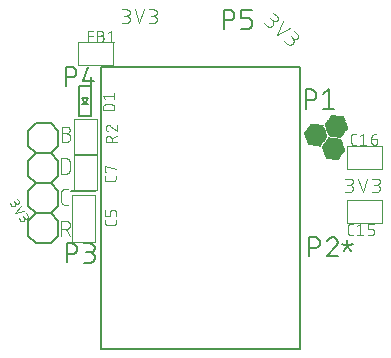
<source format=gbr>
G04 EAGLE Gerber RS-274X export*
G75*
%MOMM*%
%FSLAX34Y34*%
%LPD*%
%INSilkscreen Top*%
%IPPOS*%
%AMOC8*
5,1,8,0,0,1.08239X$1,22.5*%
G01*
%ADD10C,0.101600*%
%ADD11C,0.152400*%
%ADD12R,0.014731X0.014731*%
%ADD13R,0.147319X0.014731*%
%ADD14R,0.265175X0.014731*%
%ADD15R,0.383031X0.014731*%
%ADD16R,0.515619X0.014731*%
%ADD17R,0.633475X0.014731*%
%ADD18R,0.751331X0.014731*%
%ADD19R,0.883919X0.014731*%
%ADD20R,1.001775X0.014731*%
%ADD21R,1.119631X0.014731*%
%ADD22R,1.134363X0.014731*%
%ADD23R,1.149094X0.014731*%
%ADD24R,1.163825X0.014731*%
%ADD25R,1.178556X0.014731*%
%ADD26R,1.193288X0.014731*%
%ADD27R,1.222756X0.014731*%
%ADD28R,1.237488X0.014731*%
%ADD29R,1.266950X0.014731*%
%ADD30R,1.281681X0.014731*%
%ADD31R,1.311144X0.014731*%
%ADD32R,1.325881X0.014731*%
%ADD33R,1.355344X0.014731*%
%ADD34R,1.370075X0.014731*%
%ADD35R,1.384806X0.014731*%
%ADD36R,1.399538X0.014731*%
%ADD37R,1.414275X0.014731*%
%ADD38R,1.443738X0.014731*%
%ADD39R,1.458469X0.014731*%
%ADD40R,1.487931X0.014731*%
%ADD41R,1.502663X0.014731*%
%ADD42R,1.517394X0.014731*%
%ADD43R,1.532125X0.014731*%
%ADD44R,1.546856X0.014731*%
%ADD45R,1.576319X0.014731*%
%ADD46R,1.605788X0.014731*%
%ADD47R,1.620519X0.014731*%
%ADD48R,1.649981X0.014731*%
%ADD49R,1.664713X0.014731*%
%ADD50R,1.694175X0.014731*%
%ADD51R,1.708913X0.014731*%
%ADD52R,1.738375X0.014731*%
%ADD53R,1.753106X0.014731*%
%ADD54R,1.767838X0.014731*%
%ADD55R,1.782569X0.014731*%
%ADD56R,1.797306X0.014731*%
%ADD57R,0.117856X0.014731*%
%ADD58R,1.826769X0.014731*%
%ADD59R,0.235713X0.014731*%
%ADD60R,0.353569X0.014731*%
%ADD61R,1.856231X0.014731*%
%ADD62R,0.486156X0.014731*%
%ADD63R,1.870963X0.014731*%
%ADD64R,0.604013X0.014731*%
%ADD65R,0.721869X0.014731*%
%ADD66R,1.885694X0.014731*%
%ADD67R,0.839719X0.014731*%
%ADD68R,0.972306X0.014731*%
%ADD69R,1.090169X0.014731*%
%ADD70R,1.208025X0.014731*%
%ADD71R,1.252219X0.014731*%
%ADD72R,1.296412X0.014731*%
%ADD73R,1.340612X0.014731*%
%ADD74R,1.826763X0.014731*%
%ADD75R,1.414269X0.014731*%
%ADD76R,1.812031X0.014731*%
%ADD77R,1.429000X0.014731*%
%ADD78R,1.458462X0.014731*%
%ADD79R,1.473200X0.014731*%
%ADD80R,1.723644X0.014731*%
%ADD81R,1.694181X0.014731*%
%ADD82R,1.679450X0.014731*%
%ADD83R,1.561594X0.014731*%
%ADD84R,1.576325X0.014731*%
%ADD85R,1.591056X0.014731*%
%ADD86R,1.635250X0.014731*%
%ADD87R,1.561588X0.014731*%
%ADD88R,1.443731X0.014731*%
%ADD89R,1.797300X0.014731*%
%ADD90R,1.841500X0.014731*%
%ADD91R,1.311150X0.014731*%
%ADD92R,1.296419X0.014731*%
%ADD93R,1.193294X0.014731*%
%ADD94R,0.957575X0.014731*%
%ADD95R,0.589281X0.014731*%
%ADD96R,0.471425X0.014731*%
%ADD97R,0.220975X0.014731*%
%ADD98R,1.812038X0.014731*%
%ADD99R,0.103119X0.014731*%
%ADD100R,0.029463X0.014731*%
%ADD101R,0.162050X0.014731*%
%ADD102R,0.397763X0.014731*%
%ADD103R,0.648206X0.014731*%
%ADD104R,1.679444X0.014731*%
%ADD105R,1.016506X0.014731*%
%ADD106R,1.104900X0.014731*%
%ADD107R,1.222750X0.014731*%
%ADD108R,1.429006X0.014731*%
%ADD109R,1.208019X0.014731*%
%ADD110R,0.987044X0.014731*%
%ADD111R,0.854456X0.014731*%
%ADD112R,0.618744X0.014731*%
%ADD113R,0.500888X0.014731*%
%ADD114R,0.368300X0.014731*%
%ADD115R,0.132587X0.014731*%
%ADD116R,1.664719X0.014731*%
%ADD117R,1.075438X0.014731*%
%ADD118R,0.942844X0.014731*%
%ADD119R,0.707131X0.014731*%
%ADD120R,0.456694X0.014731*%
%ADD121R,0.088388X0.014731*%
%ADD122C,0.076200*%
%ADD123C,0.127000*%
%ADD124C,0.050800*%
%ADD125C,0.150000*%


D10*
X386505Y550495D02*
X388924Y548332D01*
X388924Y548331D02*
X389010Y548257D01*
X389098Y548186D01*
X389189Y548118D01*
X389282Y548054D01*
X389377Y547992D01*
X389475Y547934D01*
X389574Y547880D01*
X389675Y547829D01*
X389778Y547781D01*
X389883Y547737D01*
X389988Y547697D01*
X390096Y547660D01*
X390204Y547628D01*
X390314Y547599D01*
X390424Y547574D01*
X390535Y547552D01*
X390647Y547535D01*
X390760Y547522D01*
X390873Y547512D01*
X390986Y547507D01*
X391099Y547505D01*
X391213Y547507D01*
X391326Y547514D01*
X391439Y547524D01*
X391551Y547538D01*
X391663Y547556D01*
X391774Y547578D01*
X391884Y547604D01*
X391994Y547634D01*
X392102Y547667D01*
X392209Y547705D01*
X392314Y547746D01*
X392419Y547790D01*
X392521Y547838D01*
X392622Y547890D01*
X392721Y547946D01*
X392818Y548004D01*
X392913Y548066D01*
X393005Y548132D01*
X393095Y548200D01*
X393183Y548272D01*
X393268Y548346D01*
X393351Y548424D01*
X393431Y548504D01*
X393508Y548587D01*
X393582Y548673D01*
X393653Y548762D01*
X393721Y548852D01*
X393785Y548945D01*
X393847Y549041D01*
X393905Y549138D01*
X393959Y549237D01*
X394010Y549338D01*
X394058Y549441D01*
X394102Y549546D01*
X394142Y549651D01*
X394179Y549759D01*
X394211Y549867D01*
X394240Y549977D01*
X394265Y550087D01*
X394287Y550199D01*
X394304Y550310D01*
X394317Y550423D01*
X394327Y550536D01*
X394332Y550649D01*
X394334Y550762D01*
X394332Y550876D01*
X394325Y550989D01*
X394315Y551102D01*
X394301Y551214D01*
X394283Y551326D01*
X394261Y551437D01*
X394235Y551547D01*
X394205Y551657D01*
X394172Y551765D01*
X394134Y551872D01*
X394093Y551978D01*
X394049Y552082D01*
X394000Y552184D01*
X393949Y552285D01*
X393893Y552384D01*
X393835Y552481D01*
X393773Y552576D01*
X393707Y552668D01*
X393639Y552758D01*
X393567Y552846D01*
X393493Y552931D01*
X393415Y553014D01*
X393335Y553094D01*
X393252Y553171D01*
X397196Y556609D02*
X394293Y559205D01*
X397195Y556609D02*
X397269Y556541D01*
X397340Y556469D01*
X397408Y556395D01*
X397474Y556319D01*
X397536Y556240D01*
X397595Y556158D01*
X397651Y556074D01*
X397704Y555989D01*
X397753Y555901D01*
X397799Y555811D01*
X397841Y555720D01*
X397880Y555627D01*
X397915Y555532D01*
X397946Y555437D01*
X397974Y555340D01*
X397998Y555242D01*
X398018Y555144D01*
X398034Y555044D01*
X398047Y554944D01*
X398055Y554844D01*
X398060Y554743D01*
X398061Y554643D01*
X398058Y554542D01*
X398051Y554442D01*
X398040Y554342D01*
X398025Y554242D01*
X398006Y554143D01*
X397984Y554045D01*
X397957Y553948D01*
X397927Y553852D01*
X397894Y553757D01*
X397856Y553663D01*
X397815Y553571D01*
X397771Y553481D01*
X397723Y553393D01*
X397671Y553306D01*
X397617Y553221D01*
X397559Y553139D01*
X397498Y553059D01*
X397433Y552982D01*
X397366Y552906D01*
X397296Y552834D01*
X397224Y552764D01*
X397148Y552698D01*
X397070Y552634D01*
X396990Y552573D01*
X396907Y552516D01*
X396823Y552461D01*
X396736Y552410D01*
X396647Y552363D01*
X396557Y552319D01*
X396464Y552278D01*
X396371Y552241D01*
X396276Y552208D01*
X396180Y552178D01*
X396082Y552152D01*
X395984Y552130D01*
X395885Y552112D01*
X395785Y552098D01*
X395685Y552087D01*
X395585Y552081D01*
X395484Y552078D01*
X395383Y552079D01*
X395283Y552084D01*
X395183Y552093D01*
X395083Y552106D01*
X394984Y552123D01*
X394885Y552144D01*
X394787Y552168D01*
X394691Y552196D01*
X394595Y552228D01*
X394501Y552264D01*
X394408Y552303D01*
X394317Y552346D01*
X394228Y552392D01*
X394140Y552442D01*
X394054Y552495D01*
X393971Y552551D01*
X393890Y552610D01*
X393811Y552673D01*
X393735Y552739D01*
X393735Y552738D02*
X391799Y554469D01*
X402329Y552020D02*
X397445Y540713D01*
X408136Y546828D01*
X403546Y535258D02*
X405966Y533095D01*
X405965Y533094D02*
X406051Y533020D01*
X406139Y532949D01*
X406230Y532881D01*
X406323Y532817D01*
X406418Y532755D01*
X406516Y532697D01*
X406615Y532643D01*
X406716Y532592D01*
X406819Y532544D01*
X406924Y532500D01*
X407029Y532460D01*
X407137Y532423D01*
X407245Y532391D01*
X407355Y532362D01*
X407465Y532337D01*
X407576Y532315D01*
X407688Y532298D01*
X407801Y532285D01*
X407914Y532275D01*
X408027Y532270D01*
X408140Y532268D01*
X408254Y532270D01*
X408367Y532277D01*
X408480Y532287D01*
X408592Y532301D01*
X408704Y532319D01*
X408815Y532341D01*
X408925Y532367D01*
X409035Y532397D01*
X409143Y532430D01*
X409250Y532468D01*
X409355Y532509D01*
X409460Y532553D01*
X409562Y532601D01*
X409663Y532653D01*
X409762Y532709D01*
X409859Y532767D01*
X409954Y532829D01*
X410046Y532895D01*
X410136Y532963D01*
X410224Y533035D01*
X410309Y533109D01*
X410392Y533187D01*
X410472Y533267D01*
X410549Y533350D01*
X410623Y533436D01*
X410694Y533525D01*
X410762Y533615D01*
X410826Y533708D01*
X410888Y533804D01*
X410946Y533901D01*
X411000Y534000D01*
X411051Y534101D01*
X411099Y534204D01*
X411143Y534309D01*
X411183Y534414D01*
X411220Y534522D01*
X411252Y534630D01*
X411281Y534740D01*
X411306Y534850D01*
X411328Y534962D01*
X411345Y535073D01*
X411358Y535186D01*
X411368Y535299D01*
X411373Y535412D01*
X411375Y535525D01*
X411373Y535639D01*
X411366Y535752D01*
X411356Y535865D01*
X411342Y535977D01*
X411324Y536089D01*
X411302Y536200D01*
X411276Y536310D01*
X411246Y536420D01*
X411213Y536528D01*
X411175Y536635D01*
X411134Y536741D01*
X411090Y536845D01*
X411041Y536947D01*
X410990Y537048D01*
X410934Y537147D01*
X410876Y537244D01*
X410814Y537339D01*
X410748Y537431D01*
X410680Y537521D01*
X410608Y537609D01*
X410534Y537694D01*
X410456Y537777D01*
X410376Y537857D01*
X410293Y537934D01*
X414237Y541373D02*
X411334Y543968D01*
X414237Y541372D02*
X414311Y541304D01*
X414382Y541232D01*
X414450Y541158D01*
X414516Y541082D01*
X414578Y541003D01*
X414637Y540921D01*
X414693Y540837D01*
X414746Y540752D01*
X414795Y540664D01*
X414841Y540574D01*
X414883Y540483D01*
X414922Y540390D01*
X414957Y540295D01*
X414988Y540200D01*
X415016Y540103D01*
X415040Y540005D01*
X415060Y539907D01*
X415076Y539807D01*
X415089Y539707D01*
X415097Y539607D01*
X415102Y539506D01*
X415103Y539406D01*
X415100Y539305D01*
X415093Y539205D01*
X415082Y539105D01*
X415067Y539005D01*
X415048Y538906D01*
X415026Y538808D01*
X414999Y538711D01*
X414969Y538615D01*
X414936Y538520D01*
X414898Y538426D01*
X414857Y538334D01*
X414813Y538244D01*
X414765Y538156D01*
X414713Y538069D01*
X414659Y537984D01*
X414601Y537902D01*
X414540Y537822D01*
X414475Y537745D01*
X414408Y537669D01*
X414338Y537597D01*
X414266Y537527D01*
X414190Y537461D01*
X414112Y537397D01*
X414032Y537336D01*
X413949Y537279D01*
X413865Y537224D01*
X413778Y537173D01*
X413689Y537126D01*
X413599Y537082D01*
X413506Y537041D01*
X413413Y537004D01*
X413318Y536971D01*
X413222Y536941D01*
X413124Y536915D01*
X413026Y536893D01*
X412927Y536875D01*
X412827Y536861D01*
X412727Y536850D01*
X412627Y536844D01*
X412526Y536841D01*
X412425Y536842D01*
X412325Y536847D01*
X412225Y536856D01*
X412125Y536869D01*
X412026Y536886D01*
X411927Y536907D01*
X411829Y536931D01*
X411733Y536959D01*
X411637Y536991D01*
X411543Y537027D01*
X411450Y537066D01*
X411359Y537109D01*
X411270Y537155D01*
X411182Y537205D01*
X411096Y537258D01*
X411013Y537314D01*
X410932Y537373D01*
X410853Y537436D01*
X410777Y537502D01*
X410776Y537501D02*
X408841Y539232D01*
X455131Y407280D02*
X458377Y407280D01*
X458377Y407279D02*
X458490Y407281D01*
X458603Y407287D01*
X458716Y407297D01*
X458829Y407311D01*
X458941Y407328D01*
X459052Y407350D01*
X459162Y407375D01*
X459272Y407405D01*
X459380Y407438D01*
X459487Y407475D01*
X459593Y407515D01*
X459697Y407560D01*
X459800Y407608D01*
X459901Y407659D01*
X460000Y407714D01*
X460097Y407772D01*
X460192Y407834D01*
X460285Y407899D01*
X460375Y407967D01*
X460463Y408038D01*
X460549Y408113D01*
X460632Y408190D01*
X460712Y408270D01*
X460789Y408353D01*
X460864Y408439D01*
X460935Y408527D01*
X461003Y408617D01*
X461068Y408710D01*
X461130Y408805D01*
X461188Y408902D01*
X461243Y409001D01*
X461294Y409102D01*
X461342Y409205D01*
X461387Y409309D01*
X461427Y409415D01*
X461464Y409522D01*
X461497Y409630D01*
X461527Y409740D01*
X461552Y409850D01*
X461574Y409961D01*
X461591Y410073D01*
X461605Y410186D01*
X461615Y410299D01*
X461621Y410412D01*
X461623Y410525D01*
X461621Y410638D01*
X461615Y410751D01*
X461605Y410864D01*
X461591Y410977D01*
X461574Y411089D01*
X461552Y411200D01*
X461527Y411310D01*
X461497Y411420D01*
X461464Y411528D01*
X461427Y411635D01*
X461387Y411741D01*
X461342Y411845D01*
X461294Y411948D01*
X461243Y412049D01*
X461188Y412148D01*
X461130Y412245D01*
X461068Y412340D01*
X461003Y412433D01*
X460935Y412523D01*
X460864Y412611D01*
X460789Y412697D01*
X460712Y412780D01*
X460632Y412860D01*
X460549Y412937D01*
X460463Y413012D01*
X460375Y413083D01*
X460285Y413151D01*
X460192Y413216D01*
X460097Y413278D01*
X460000Y413336D01*
X459901Y413391D01*
X459800Y413442D01*
X459697Y413490D01*
X459593Y413535D01*
X459487Y413575D01*
X459380Y413612D01*
X459272Y413645D01*
X459162Y413675D01*
X459052Y413700D01*
X458941Y413722D01*
X458829Y413739D01*
X458716Y413753D01*
X458603Y413763D01*
X458490Y413769D01*
X458377Y413771D01*
X459026Y418964D02*
X455131Y418964D01*
X459026Y418963D02*
X459127Y418961D01*
X459227Y418955D01*
X459327Y418945D01*
X459427Y418932D01*
X459526Y418914D01*
X459625Y418893D01*
X459722Y418868D01*
X459819Y418839D01*
X459914Y418806D01*
X460008Y418770D01*
X460100Y418730D01*
X460191Y418687D01*
X460280Y418640D01*
X460367Y418590D01*
X460453Y418536D01*
X460536Y418479D01*
X460616Y418419D01*
X460695Y418356D01*
X460771Y418289D01*
X460844Y418220D01*
X460914Y418148D01*
X460982Y418074D01*
X461047Y417997D01*
X461108Y417917D01*
X461167Y417835D01*
X461222Y417751D01*
X461274Y417665D01*
X461323Y417577D01*
X461368Y417487D01*
X461410Y417395D01*
X461448Y417302D01*
X461482Y417207D01*
X461513Y417112D01*
X461540Y417015D01*
X461563Y416917D01*
X461583Y416818D01*
X461598Y416718D01*
X461610Y416618D01*
X461618Y416518D01*
X461622Y416417D01*
X461622Y416317D01*
X461618Y416216D01*
X461610Y416116D01*
X461598Y416016D01*
X461583Y415916D01*
X461563Y415817D01*
X461540Y415719D01*
X461513Y415622D01*
X461482Y415527D01*
X461448Y415432D01*
X461410Y415339D01*
X461368Y415247D01*
X461323Y415157D01*
X461274Y415069D01*
X461222Y414983D01*
X461167Y414899D01*
X461108Y414817D01*
X461047Y414737D01*
X460982Y414660D01*
X460914Y414586D01*
X460844Y414514D01*
X460771Y414445D01*
X460695Y414378D01*
X460616Y414315D01*
X460536Y414255D01*
X460453Y414198D01*
X460367Y414144D01*
X460280Y414094D01*
X460191Y414047D01*
X460100Y414004D01*
X460008Y413964D01*
X459914Y413928D01*
X459819Y413895D01*
X459722Y413866D01*
X459625Y413841D01*
X459526Y413820D01*
X459427Y413802D01*
X459327Y413789D01*
X459227Y413779D01*
X459127Y413773D01*
X459026Y413771D01*
X456429Y413771D01*
X465912Y418964D02*
X469807Y407280D01*
X473701Y418964D01*
X477991Y407280D02*
X481237Y407280D01*
X481237Y407279D02*
X481350Y407281D01*
X481463Y407287D01*
X481576Y407297D01*
X481689Y407311D01*
X481801Y407328D01*
X481912Y407350D01*
X482022Y407375D01*
X482132Y407405D01*
X482240Y407438D01*
X482347Y407475D01*
X482453Y407515D01*
X482557Y407560D01*
X482660Y407608D01*
X482761Y407659D01*
X482860Y407714D01*
X482957Y407772D01*
X483052Y407834D01*
X483145Y407899D01*
X483235Y407967D01*
X483323Y408038D01*
X483409Y408113D01*
X483492Y408190D01*
X483572Y408270D01*
X483649Y408353D01*
X483724Y408439D01*
X483795Y408527D01*
X483863Y408617D01*
X483928Y408710D01*
X483990Y408805D01*
X484048Y408902D01*
X484103Y409001D01*
X484154Y409102D01*
X484202Y409205D01*
X484247Y409309D01*
X484287Y409415D01*
X484324Y409522D01*
X484357Y409630D01*
X484387Y409740D01*
X484412Y409850D01*
X484434Y409961D01*
X484451Y410073D01*
X484465Y410186D01*
X484475Y410299D01*
X484481Y410412D01*
X484483Y410525D01*
X484481Y410638D01*
X484475Y410751D01*
X484465Y410864D01*
X484451Y410977D01*
X484434Y411089D01*
X484412Y411200D01*
X484387Y411310D01*
X484357Y411420D01*
X484324Y411528D01*
X484287Y411635D01*
X484247Y411741D01*
X484202Y411845D01*
X484154Y411948D01*
X484103Y412049D01*
X484048Y412148D01*
X483990Y412245D01*
X483928Y412340D01*
X483863Y412433D01*
X483795Y412523D01*
X483724Y412611D01*
X483649Y412697D01*
X483572Y412780D01*
X483492Y412860D01*
X483409Y412937D01*
X483323Y413012D01*
X483235Y413083D01*
X483145Y413151D01*
X483052Y413216D01*
X482957Y413278D01*
X482860Y413336D01*
X482761Y413391D01*
X482660Y413442D01*
X482557Y413490D01*
X482453Y413535D01*
X482347Y413575D01*
X482240Y413612D01*
X482132Y413645D01*
X482022Y413675D01*
X481912Y413700D01*
X481801Y413722D01*
X481689Y413739D01*
X481576Y413753D01*
X481463Y413763D01*
X481350Y413769D01*
X481237Y413771D01*
X481886Y418964D02*
X477991Y418964D01*
X481886Y418963D02*
X481987Y418961D01*
X482087Y418955D01*
X482187Y418945D01*
X482287Y418932D01*
X482386Y418914D01*
X482485Y418893D01*
X482582Y418868D01*
X482679Y418839D01*
X482774Y418806D01*
X482868Y418770D01*
X482960Y418730D01*
X483051Y418687D01*
X483140Y418640D01*
X483227Y418590D01*
X483313Y418536D01*
X483396Y418479D01*
X483476Y418419D01*
X483555Y418356D01*
X483631Y418289D01*
X483704Y418220D01*
X483774Y418148D01*
X483842Y418074D01*
X483907Y417997D01*
X483968Y417917D01*
X484027Y417835D01*
X484082Y417751D01*
X484134Y417665D01*
X484183Y417577D01*
X484228Y417487D01*
X484270Y417395D01*
X484308Y417302D01*
X484342Y417207D01*
X484373Y417112D01*
X484400Y417015D01*
X484423Y416917D01*
X484443Y416818D01*
X484458Y416718D01*
X484470Y416618D01*
X484478Y416518D01*
X484482Y416417D01*
X484482Y416317D01*
X484478Y416216D01*
X484470Y416116D01*
X484458Y416016D01*
X484443Y415916D01*
X484423Y415817D01*
X484400Y415719D01*
X484373Y415622D01*
X484342Y415527D01*
X484308Y415432D01*
X484270Y415339D01*
X484228Y415247D01*
X484183Y415157D01*
X484134Y415069D01*
X484082Y414983D01*
X484027Y414899D01*
X483968Y414817D01*
X483907Y414737D01*
X483842Y414660D01*
X483774Y414586D01*
X483704Y414514D01*
X483631Y414445D01*
X483555Y414378D01*
X483476Y414315D01*
X483396Y414255D01*
X483313Y414198D01*
X483227Y414144D01*
X483140Y414094D01*
X483051Y414047D01*
X482960Y414004D01*
X482868Y413964D01*
X482774Y413928D01*
X482679Y413895D01*
X482582Y413866D01*
X482485Y413841D01*
X482386Y413820D01*
X482287Y413802D01*
X482187Y413789D01*
X482087Y413779D01*
X481987Y413773D01*
X481886Y413771D01*
X479289Y413771D01*
D11*
X421693Y478133D02*
X421693Y494389D01*
X426209Y494389D01*
X426342Y494387D01*
X426474Y494381D01*
X426606Y494371D01*
X426738Y494358D01*
X426870Y494340D01*
X427000Y494319D01*
X427131Y494294D01*
X427260Y494265D01*
X427388Y494232D01*
X427516Y494196D01*
X427642Y494156D01*
X427767Y494112D01*
X427891Y494064D01*
X428013Y494013D01*
X428134Y493958D01*
X428253Y493900D01*
X428371Y493838D01*
X428486Y493773D01*
X428600Y493704D01*
X428711Y493633D01*
X428820Y493557D01*
X428927Y493479D01*
X429032Y493398D01*
X429134Y493313D01*
X429234Y493226D01*
X429331Y493136D01*
X429426Y493043D01*
X429517Y492947D01*
X429606Y492849D01*
X429692Y492748D01*
X429775Y492644D01*
X429855Y492538D01*
X429931Y492430D01*
X430005Y492320D01*
X430075Y492207D01*
X430142Y492093D01*
X430205Y491976D01*
X430265Y491858D01*
X430322Y491738D01*
X430375Y491616D01*
X430424Y491493D01*
X430470Y491369D01*
X430512Y491243D01*
X430550Y491116D01*
X430585Y490988D01*
X430616Y490859D01*
X430643Y490730D01*
X430666Y490599D01*
X430686Y490468D01*
X430701Y490336D01*
X430713Y490204D01*
X430721Y490072D01*
X430725Y489939D01*
X430725Y489807D01*
X430721Y489674D01*
X430713Y489542D01*
X430701Y489410D01*
X430686Y489278D01*
X430666Y489147D01*
X430643Y489016D01*
X430616Y488887D01*
X430585Y488758D01*
X430550Y488630D01*
X430512Y488503D01*
X430470Y488377D01*
X430424Y488253D01*
X430375Y488130D01*
X430322Y488008D01*
X430265Y487888D01*
X430205Y487770D01*
X430142Y487653D01*
X430075Y487539D01*
X430005Y487426D01*
X429931Y487316D01*
X429855Y487208D01*
X429775Y487102D01*
X429692Y486998D01*
X429606Y486897D01*
X429517Y486799D01*
X429426Y486703D01*
X429331Y486610D01*
X429234Y486520D01*
X429134Y486433D01*
X429032Y486348D01*
X428927Y486267D01*
X428820Y486189D01*
X428711Y486113D01*
X428600Y486042D01*
X428486Y485973D01*
X428371Y485908D01*
X428253Y485846D01*
X428134Y485788D01*
X428013Y485733D01*
X427891Y485682D01*
X427767Y485634D01*
X427642Y485590D01*
X427516Y485550D01*
X427388Y485514D01*
X427260Y485481D01*
X427131Y485452D01*
X427000Y485427D01*
X426870Y485406D01*
X426738Y485388D01*
X426606Y485375D01*
X426474Y485365D01*
X426342Y485359D01*
X426209Y485357D01*
X426209Y485358D02*
X421693Y485358D01*
X436592Y490776D02*
X441108Y494389D01*
X441108Y478133D01*
X445623Y478133D02*
X436592Y478133D01*
X219235Y364168D02*
X219094Y347913D01*
X219235Y364168D02*
X223751Y364129D01*
X223750Y364129D02*
X223884Y364126D01*
X224018Y364119D01*
X224151Y364107D01*
X224284Y364092D01*
X224417Y364074D01*
X224549Y364051D01*
X224680Y364024D01*
X224810Y363993D01*
X224939Y363959D01*
X225068Y363920D01*
X225195Y363878D01*
X225320Y363833D01*
X225445Y363783D01*
X225567Y363730D01*
X225689Y363673D01*
X225808Y363613D01*
X225926Y363549D01*
X226041Y363481D01*
X226155Y363411D01*
X226266Y363336D01*
X226376Y363259D01*
X226483Y363179D01*
X226587Y363095D01*
X226689Y363008D01*
X226788Y362918D01*
X226885Y362826D01*
X226979Y362730D01*
X227070Y362632D01*
X227158Y362531D01*
X227242Y362428D01*
X227324Y362322D01*
X227403Y362214D01*
X227478Y362103D01*
X227551Y361990D01*
X227619Y361876D01*
X227685Y361759D01*
X227747Y361640D01*
X227805Y361520D01*
X227860Y361397D01*
X227911Y361274D01*
X227958Y361148D01*
X228002Y361022D01*
X228041Y360894D01*
X228078Y360765D01*
X228110Y360635D01*
X228138Y360505D01*
X228163Y360373D01*
X228183Y360241D01*
X228200Y360108D01*
X228212Y359975D01*
X228221Y359841D01*
X228226Y359707D01*
X228227Y359574D01*
X228224Y359440D01*
X228217Y359306D01*
X228205Y359173D01*
X228190Y359040D01*
X228172Y358907D01*
X228149Y358775D01*
X228122Y358644D01*
X228091Y358514D01*
X228057Y358385D01*
X228018Y358256D01*
X227976Y358129D01*
X227931Y358004D01*
X227881Y357879D01*
X227828Y357757D01*
X227771Y357635D01*
X227711Y357516D01*
X227647Y357398D01*
X227579Y357283D01*
X227509Y357169D01*
X227434Y357058D01*
X227357Y356948D01*
X227277Y356841D01*
X227193Y356737D01*
X227106Y356635D01*
X227016Y356536D01*
X226924Y356439D01*
X226828Y356345D01*
X226730Y356254D01*
X226629Y356166D01*
X226526Y356082D01*
X226420Y356000D01*
X226312Y355921D01*
X226201Y355846D01*
X226088Y355773D01*
X225974Y355705D01*
X225857Y355639D01*
X225738Y355577D01*
X225618Y355519D01*
X225495Y355464D01*
X225372Y355413D01*
X225247Y355366D01*
X225120Y355322D01*
X224992Y355283D01*
X224863Y355246D01*
X224733Y355214D01*
X224603Y355186D01*
X224471Y355161D01*
X224339Y355141D01*
X224206Y355124D01*
X224073Y355112D01*
X223939Y355103D01*
X223805Y355098D01*
X223672Y355097D01*
X223672Y355098D02*
X219157Y355137D01*
X233992Y347783D02*
X238507Y347743D01*
X238508Y347743D02*
X238640Y347744D01*
X238773Y347749D01*
X238905Y347757D01*
X239037Y347770D01*
X239169Y347786D01*
X239300Y347806D01*
X239430Y347830D01*
X239560Y347858D01*
X239688Y347890D01*
X239816Y347925D01*
X239943Y347964D01*
X240068Y348007D01*
X240193Y348053D01*
X240315Y348104D01*
X240436Y348157D01*
X240556Y348215D01*
X240674Y348275D01*
X240790Y348339D01*
X240904Y348407D01*
X241016Y348478D01*
X241126Y348552D01*
X241234Y348629D01*
X241339Y348710D01*
X241442Y348793D01*
X241543Y348880D01*
X241641Y348969D01*
X241736Y349061D01*
X241828Y349156D01*
X241918Y349254D01*
X242005Y349354D01*
X242089Y349457D01*
X242169Y349562D01*
X242247Y349670D01*
X242321Y349779D01*
X242393Y349891D01*
X242460Y350005D01*
X242525Y350121D01*
X242586Y350239D01*
X242643Y350358D01*
X242697Y350479D01*
X242748Y350602D01*
X242795Y350726D01*
X242838Y350851D01*
X242877Y350978D01*
X242913Y351105D01*
X242945Y351234D01*
X242973Y351364D01*
X242998Y351494D01*
X243018Y351625D01*
X243035Y351757D01*
X243048Y351889D01*
X243057Y352021D01*
X243062Y352153D01*
X243063Y352286D01*
X243060Y352418D01*
X243054Y352551D01*
X243043Y352683D01*
X243029Y352815D01*
X243010Y352946D01*
X242988Y353077D01*
X242962Y353207D01*
X242933Y353336D01*
X242899Y353464D01*
X242862Y353592D01*
X242821Y353718D01*
X242776Y353843D01*
X242728Y353966D01*
X242676Y354088D01*
X242621Y354209D01*
X242562Y354327D01*
X242499Y354444D01*
X242433Y354559D01*
X242364Y354672D01*
X242292Y354783D01*
X242216Y354892D01*
X242137Y354999D01*
X242055Y355103D01*
X241970Y355205D01*
X241882Y355304D01*
X241791Y355401D01*
X241698Y355494D01*
X241601Y355586D01*
X241502Y355674D01*
X241401Y355759D01*
X241297Y355841D01*
X241190Y355921D01*
X241082Y355997D01*
X240971Y356069D01*
X240858Y356139D01*
X240743Y356205D01*
X240626Y356268D01*
X240508Y356327D01*
X240388Y356383D01*
X240266Y356435D01*
X240142Y356484D01*
X240018Y356529D01*
X239892Y356570D01*
X239764Y356608D01*
X239636Y356642D01*
X239507Y356672D01*
X239377Y356698D01*
X239247Y356720D01*
X239115Y356739D01*
X238984Y356754D01*
X238851Y356765D01*
X238719Y356772D01*
X238586Y356775D01*
X239552Y363991D02*
X234134Y364038D01*
X239553Y363990D02*
X239672Y363987D01*
X239791Y363980D01*
X239910Y363969D01*
X240029Y363954D01*
X240147Y363935D01*
X240264Y363913D01*
X240380Y363886D01*
X240496Y363856D01*
X240610Y363822D01*
X240724Y363784D01*
X240836Y363742D01*
X240946Y363697D01*
X241055Y363648D01*
X241162Y363596D01*
X241268Y363540D01*
X241371Y363480D01*
X241473Y363417D01*
X241572Y363351D01*
X241670Y363282D01*
X241764Y363209D01*
X241857Y363133D01*
X241947Y363054D01*
X242034Y362973D01*
X242118Y362888D01*
X242200Y362801D01*
X242278Y362711D01*
X242354Y362619D01*
X242427Y362524D01*
X242496Y362427D01*
X242562Y362327D01*
X242625Y362226D01*
X242684Y362122D01*
X242740Y362016D01*
X242792Y361909D01*
X242841Y361800D01*
X242887Y361689D01*
X242928Y361577D01*
X242966Y361464D01*
X243000Y361350D01*
X243030Y361234D01*
X243056Y361118D01*
X243079Y361000D01*
X243098Y360882D01*
X243112Y360764D01*
X243123Y360645D01*
X243130Y360526D01*
X243133Y360406D01*
X243132Y360287D01*
X243127Y360167D01*
X243118Y360048D01*
X243105Y359930D01*
X243088Y359811D01*
X243068Y359694D01*
X243043Y359577D01*
X243015Y359461D01*
X242982Y359346D01*
X242946Y359232D01*
X242907Y359119D01*
X242863Y359008D01*
X242816Y358898D01*
X242765Y358790D01*
X242711Y358684D01*
X242653Y358579D01*
X242592Y358477D01*
X242527Y358376D01*
X242460Y358278D01*
X242389Y358182D01*
X242314Y358088D01*
X242237Y357997D01*
X242157Y357909D01*
X242074Y357823D01*
X241988Y357740D01*
X241899Y357660D01*
X241808Y357582D01*
X241715Y357508D01*
X241619Y357437D01*
X241520Y357370D01*
X241420Y357305D01*
X241317Y357244D01*
X241212Y357186D01*
X241106Y357132D01*
X240998Y357082D01*
X240888Y357035D01*
X240777Y356991D01*
X240664Y356952D01*
X240550Y356916D01*
X240435Y356884D01*
X240319Y356855D01*
X240202Y356831D01*
X240084Y356810D01*
X239966Y356794D01*
X239847Y356781D01*
X239728Y356772D01*
X239609Y356767D01*
X239490Y356766D01*
X239489Y356766D02*
X235877Y356798D01*
X218369Y497557D02*
X218369Y513813D01*
X222884Y513813D01*
X223017Y513811D01*
X223149Y513805D01*
X223281Y513795D01*
X223413Y513782D01*
X223545Y513764D01*
X223675Y513743D01*
X223806Y513718D01*
X223935Y513689D01*
X224063Y513656D01*
X224191Y513620D01*
X224317Y513580D01*
X224442Y513536D01*
X224566Y513488D01*
X224688Y513437D01*
X224809Y513382D01*
X224928Y513324D01*
X225046Y513262D01*
X225161Y513197D01*
X225275Y513128D01*
X225386Y513057D01*
X225495Y512981D01*
X225602Y512903D01*
X225707Y512822D01*
X225809Y512737D01*
X225909Y512650D01*
X226006Y512560D01*
X226101Y512467D01*
X226192Y512371D01*
X226281Y512273D01*
X226367Y512172D01*
X226450Y512068D01*
X226530Y511962D01*
X226606Y511854D01*
X226680Y511744D01*
X226750Y511631D01*
X226817Y511517D01*
X226880Y511400D01*
X226940Y511282D01*
X226997Y511162D01*
X227050Y511040D01*
X227099Y510917D01*
X227145Y510793D01*
X227187Y510667D01*
X227225Y510540D01*
X227260Y510412D01*
X227291Y510283D01*
X227318Y510154D01*
X227341Y510023D01*
X227361Y509892D01*
X227376Y509760D01*
X227388Y509628D01*
X227396Y509496D01*
X227400Y509363D01*
X227400Y509231D01*
X227396Y509098D01*
X227388Y508966D01*
X227376Y508834D01*
X227361Y508702D01*
X227341Y508571D01*
X227318Y508440D01*
X227291Y508311D01*
X227260Y508182D01*
X227225Y508054D01*
X227187Y507927D01*
X227145Y507801D01*
X227099Y507677D01*
X227050Y507554D01*
X226997Y507432D01*
X226940Y507312D01*
X226880Y507194D01*
X226817Y507077D01*
X226750Y506963D01*
X226680Y506850D01*
X226606Y506740D01*
X226530Y506632D01*
X226450Y506526D01*
X226367Y506422D01*
X226281Y506321D01*
X226192Y506223D01*
X226101Y506127D01*
X226006Y506034D01*
X225909Y505944D01*
X225809Y505857D01*
X225707Y505772D01*
X225602Y505691D01*
X225495Y505613D01*
X225386Y505537D01*
X225275Y505466D01*
X225161Y505397D01*
X225046Y505332D01*
X224928Y505270D01*
X224809Y505212D01*
X224688Y505157D01*
X224566Y505106D01*
X224442Y505058D01*
X224317Y505014D01*
X224191Y504974D01*
X224063Y504938D01*
X223935Y504905D01*
X223806Y504876D01*
X223675Y504851D01*
X223545Y504830D01*
X223413Y504812D01*
X223281Y504799D01*
X223149Y504789D01*
X223017Y504783D01*
X222884Y504781D01*
X222884Y504782D02*
X218369Y504782D01*
X233268Y501169D02*
X236880Y513813D01*
X233268Y501169D02*
X242299Y501169D01*
X239590Y504782D02*
X239590Y497557D01*
X352170Y545788D02*
X352170Y562044D01*
X356686Y562044D01*
X356819Y562042D01*
X356951Y562036D01*
X357083Y562026D01*
X357215Y562013D01*
X357347Y561995D01*
X357477Y561974D01*
X357608Y561949D01*
X357737Y561920D01*
X357865Y561887D01*
X357993Y561851D01*
X358119Y561811D01*
X358244Y561767D01*
X358368Y561719D01*
X358490Y561668D01*
X358611Y561613D01*
X358730Y561555D01*
X358848Y561493D01*
X358963Y561428D01*
X359077Y561359D01*
X359188Y561288D01*
X359297Y561212D01*
X359404Y561134D01*
X359509Y561053D01*
X359611Y560968D01*
X359711Y560881D01*
X359808Y560791D01*
X359903Y560698D01*
X359994Y560602D01*
X360083Y560504D01*
X360169Y560403D01*
X360252Y560299D01*
X360332Y560193D01*
X360408Y560085D01*
X360482Y559975D01*
X360552Y559862D01*
X360619Y559748D01*
X360682Y559631D01*
X360742Y559513D01*
X360799Y559393D01*
X360852Y559271D01*
X360901Y559148D01*
X360947Y559024D01*
X360989Y558898D01*
X361027Y558771D01*
X361062Y558643D01*
X361093Y558514D01*
X361120Y558385D01*
X361143Y558254D01*
X361163Y558123D01*
X361178Y557991D01*
X361190Y557859D01*
X361198Y557727D01*
X361202Y557594D01*
X361202Y557462D01*
X361198Y557329D01*
X361190Y557197D01*
X361178Y557065D01*
X361163Y556933D01*
X361143Y556802D01*
X361120Y556671D01*
X361093Y556542D01*
X361062Y556413D01*
X361027Y556285D01*
X360989Y556158D01*
X360947Y556032D01*
X360901Y555908D01*
X360852Y555785D01*
X360799Y555663D01*
X360742Y555543D01*
X360682Y555425D01*
X360619Y555308D01*
X360552Y555194D01*
X360482Y555081D01*
X360408Y554971D01*
X360332Y554863D01*
X360252Y554757D01*
X360169Y554653D01*
X360083Y554552D01*
X359994Y554454D01*
X359903Y554358D01*
X359808Y554265D01*
X359711Y554175D01*
X359611Y554088D01*
X359509Y554003D01*
X359404Y553922D01*
X359297Y553844D01*
X359188Y553768D01*
X359077Y553697D01*
X358963Y553628D01*
X358848Y553563D01*
X358730Y553501D01*
X358611Y553443D01*
X358490Y553388D01*
X358368Y553337D01*
X358244Y553289D01*
X358119Y553245D01*
X357993Y553205D01*
X357865Y553169D01*
X357737Y553136D01*
X357608Y553107D01*
X357477Y553082D01*
X357347Y553061D01*
X357215Y553043D01*
X357083Y553030D01*
X356951Y553020D01*
X356819Y553014D01*
X356686Y553012D01*
X356686Y553013D02*
X352170Y553013D01*
X367070Y545788D02*
X372488Y545788D01*
X372606Y545790D01*
X372724Y545796D01*
X372842Y545805D01*
X372959Y545819D01*
X373076Y545836D01*
X373193Y545857D01*
X373308Y545882D01*
X373423Y545911D01*
X373537Y545944D01*
X373649Y545980D01*
X373760Y546020D01*
X373870Y546063D01*
X373979Y546110D01*
X374086Y546160D01*
X374191Y546215D01*
X374294Y546272D01*
X374395Y546333D01*
X374495Y546397D01*
X374592Y546464D01*
X374687Y546534D01*
X374779Y546608D01*
X374870Y546684D01*
X374957Y546764D01*
X375042Y546846D01*
X375124Y546931D01*
X375204Y547018D01*
X375280Y547109D01*
X375354Y547201D01*
X375424Y547296D01*
X375491Y547393D01*
X375555Y547493D01*
X375616Y547594D01*
X375673Y547697D01*
X375728Y547802D01*
X375778Y547909D01*
X375825Y548018D01*
X375868Y548128D01*
X375908Y548239D01*
X375944Y548351D01*
X375977Y548465D01*
X376006Y548580D01*
X376031Y548695D01*
X376052Y548812D01*
X376069Y548929D01*
X376083Y549046D01*
X376092Y549164D01*
X376098Y549282D01*
X376100Y549400D01*
X376101Y549400D02*
X376101Y551206D01*
X376100Y551206D02*
X376098Y551324D01*
X376092Y551442D01*
X376083Y551560D01*
X376069Y551677D01*
X376052Y551794D01*
X376031Y551911D01*
X376006Y552026D01*
X375977Y552141D01*
X375944Y552255D01*
X375908Y552367D01*
X375868Y552478D01*
X375825Y552588D01*
X375778Y552697D01*
X375728Y552804D01*
X375673Y552909D01*
X375616Y553012D01*
X375555Y553113D01*
X375491Y553213D01*
X375424Y553310D01*
X375354Y553405D01*
X375280Y553497D01*
X375204Y553588D01*
X375124Y553675D01*
X375042Y553760D01*
X374957Y553842D01*
X374870Y553922D01*
X374779Y553998D01*
X374687Y554072D01*
X374592Y554142D01*
X374495Y554209D01*
X374395Y554273D01*
X374294Y554334D01*
X374191Y554391D01*
X374086Y554446D01*
X373979Y554496D01*
X373870Y554543D01*
X373760Y554586D01*
X373649Y554626D01*
X373537Y554662D01*
X373423Y554695D01*
X373308Y554724D01*
X373193Y554749D01*
X373076Y554770D01*
X372959Y554787D01*
X372842Y554801D01*
X372724Y554810D01*
X372606Y554816D01*
X372488Y554818D01*
X372488Y554819D02*
X367070Y554819D01*
X367070Y562044D01*
X376101Y562044D01*
D12*
X443680Y471992D03*
D13*
X444195Y471844D03*
D14*
X444784Y471697D03*
D15*
X445226Y471550D03*
D16*
X445742Y471402D03*
D17*
X446184Y471255D03*
D18*
X446773Y471108D03*
D19*
X447289Y470960D03*
D20*
X447731Y470813D03*
D21*
X448173Y470666D03*
D22*
X448247Y470519D03*
D23*
X448173Y470371D03*
D24*
X448099Y470224D03*
D25*
X448173Y470077D03*
D26*
X448099Y469929D03*
D27*
X448099Y469782D03*
D28*
X448026Y469635D03*
X448026Y469487D03*
D29*
X448026Y469340D03*
D30*
X447952Y469193D03*
D31*
X447952Y469045D03*
X447952Y468898D03*
D32*
X447878Y468751D03*
D33*
X447878Y468603D03*
D34*
X447805Y468456D03*
D35*
X447878Y468309D03*
D36*
X447805Y468161D03*
D37*
X447731Y468014D03*
D38*
X447731Y467867D03*
X447731Y467719D03*
D39*
X447657Y467572D03*
D40*
X447657Y467425D03*
D41*
X447584Y467277D03*
D42*
X447657Y467130D03*
D43*
X447584Y466983D03*
D44*
X447510Y466836D03*
D45*
X447510Y466688D03*
X447510Y466541D03*
D46*
X447510Y466394D03*
D47*
X447436Y466246D03*
X447436Y466099D03*
D48*
X447436Y465952D03*
D49*
X447363Y465804D03*
D50*
X447363Y465657D03*
X447363Y465510D03*
D51*
X447289Y465362D03*
D52*
X447289Y465215D03*
D53*
X447215Y465068D03*
D54*
X447289Y464920D03*
D55*
X447215Y464773D03*
D56*
X447142Y464626D03*
D57*
X426664Y464626D03*
D58*
X447142Y464478D03*
D59*
X427253Y464478D03*
D58*
X447142Y464331D03*
D60*
X427695Y464331D03*
D61*
X447142Y464184D03*
D62*
X428211Y464184D03*
D63*
X447068Y464036D03*
D64*
X428653Y464036D03*
D63*
X447068Y463889D03*
D65*
X429242Y463889D03*
D66*
X447142Y463742D03*
D67*
X429684Y463742D03*
D66*
X447142Y463594D03*
D68*
X430200Y463594D03*
D63*
X447215Y463447D03*
D69*
X430642Y463447D03*
D66*
X447289Y463300D03*
D21*
X430789Y463300D03*
D66*
X447289Y463153D03*
D23*
X430789Y463153D03*
D66*
X447436Y463005D03*
D24*
X430715Y463005D03*
D66*
X447436Y462858D03*
D25*
X430642Y462858D03*
D63*
X447510Y462711D03*
D26*
X430715Y462711D03*
D66*
X447584Y462563D03*
D70*
X430642Y462563D03*
D66*
X447584Y462416D03*
D28*
X430642Y462416D03*
D66*
X447731Y462269D03*
D71*
X430568Y462269D03*
D66*
X447731Y462121D03*
D71*
X430568Y462121D03*
D63*
X447805Y461974D03*
D30*
X430568Y461974D03*
D66*
X447878Y461827D03*
D72*
X430494Y461827D03*
D66*
X447878Y461679D03*
D32*
X430494Y461679D03*
D66*
X448026Y461532D03*
D32*
X430494Y461532D03*
D66*
X448026Y461385D03*
D73*
X430421Y461385D03*
D63*
X448099Y461237D03*
D34*
X430421Y461237D03*
D61*
X448026Y461090D03*
D35*
X430347Y461090D03*
D61*
X448026Y460943D03*
D36*
X430421Y460943D03*
D74*
X448026Y460795D03*
D75*
X430347Y460795D03*
D76*
X447952Y460648D03*
D77*
X430273Y460648D03*
D55*
X447952Y460501D03*
D78*
X430273Y460501D03*
D55*
X447952Y460353D03*
D78*
X430273Y460353D03*
D54*
X447878Y460206D03*
D79*
X430200Y460206D03*
D52*
X447878Y460059D03*
D41*
X430200Y460059D03*
D80*
X447805Y459911D03*
D41*
X430200Y459911D03*
D51*
X447878Y459764D03*
D43*
X430200Y459764D03*
D81*
X447805Y459617D03*
D44*
X430126Y459617D03*
D82*
X447731Y459470D03*
D83*
X430052Y459470D03*
D48*
X447731Y459322D03*
D84*
X430126Y459322D03*
D48*
X447731Y459175D03*
D85*
X430052Y459175D03*
D86*
X447657Y459028D03*
D47*
X430052Y459028D03*
D46*
X447657Y458880D03*
D86*
X429979Y458880D03*
D46*
X447657Y458733D03*
D86*
X429979Y458733D03*
D84*
X447657Y458586D03*
D49*
X429979Y458586D03*
D87*
X447584Y458438D03*
D82*
X429905Y458438D03*
D44*
X447510Y458291D03*
D51*
X429905Y458291D03*
D43*
X447584Y458144D03*
D51*
X429905Y458144D03*
D42*
X447510Y457996D03*
D80*
X429832Y457996D03*
D40*
X447510Y457849D03*
D53*
X429832Y457849D03*
D79*
X447436Y457702D03*
D54*
X429758Y457702D03*
D79*
X447436Y457554D03*
D55*
X429832Y457554D03*
D88*
X447436Y457407D03*
D89*
X429758Y457407D03*
D77*
X447363Y457260D03*
D76*
X429684Y457260D03*
D36*
X447363Y457112D03*
D90*
X429684Y457112D03*
D36*
X447363Y456965D03*
D90*
X429684Y456965D03*
D35*
X447289Y456818D03*
D63*
X429684Y456818D03*
D33*
X447289Y456670D03*
D66*
X429611Y456670D03*
D73*
X447215Y456523D03*
D63*
X429684Y456523D03*
D32*
X447289Y456376D03*
D66*
X429758Y456376D03*
D91*
X447215Y456228D03*
D66*
X429758Y456228D03*
D92*
X447142Y456081D03*
D63*
X429832Y456081D03*
D29*
X447142Y455934D03*
D66*
X429905Y455934D03*
D29*
X447142Y455787D03*
D66*
X429905Y455787D03*
D71*
X447068Y455639D03*
D66*
X430053Y455639D03*
D27*
X447068Y455492D03*
D66*
X430053Y455492D03*
D70*
X446994Y455345D03*
D63*
X430126Y455345D03*
D93*
X447068Y455197D03*
D66*
X430200Y455197D03*
D25*
X446994Y455050D03*
D66*
X430200Y455050D03*
D24*
X446921Y454903D03*
D66*
X430347Y454903D03*
D23*
X446994Y454755D03*
D66*
X430347Y454755D03*
D22*
X446921Y454608D03*
D63*
X430421Y454608D03*
D69*
X446994Y454461D03*
D66*
X430494Y454461D03*
D94*
X447510Y454313D03*
D66*
X430494Y454313D03*
D67*
X448099Y454166D03*
D66*
X430642Y454166D03*
D65*
X448541Y454019D03*
D66*
X430642Y454019D03*
D95*
X449057Y453871D03*
D61*
X430642Y453871D03*
D96*
X449499Y453724D03*
D90*
X430568Y453724D03*
D60*
X450088Y453577D03*
D90*
X430568Y453577D03*
D97*
X450604Y453429D03*
D98*
X430568Y453429D03*
D99*
X451046Y453282D03*
D56*
X430494Y453282D03*
D100*
X441249Y453135D03*
D55*
X430568Y453135D03*
D101*
X441764Y452987D03*
D54*
X430494Y452987D03*
D14*
X442280Y452840D03*
D53*
X430421Y452840D03*
D102*
X442796Y452693D03*
D80*
X430421Y452693D03*
D16*
X443238Y452545D03*
D80*
X430421Y452545D03*
D103*
X443753Y452398D03*
D81*
X430421Y452398D03*
D18*
X444269Y452251D03*
D104*
X430347Y452251D03*
D19*
X444784Y452104D03*
D49*
X430273Y452104D03*
D105*
X445300Y451956D03*
D48*
X430347Y451956D03*
D106*
X445742Y451809D03*
D86*
X430273Y451809D03*
D22*
X445742Y451662D03*
D47*
X430200Y451662D03*
D23*
X445668Y451514D03*
D85*
X430200Y451514D03*
D24*
X445595Y451367D03*
D85*
X430200Y451367D03*
D25*
X445668Y451220D03*
D87*
X430200Y451220D03*
D26*
X445595Y451072D03*
D44*
X430126Y451072D03*
D107*
X445595Y450925D03*
D43*
X430053Y450925D03*
D28*
X445521Y450778D03*
D42*
X430126Y450778D03*
D28*
X445521Y450630D03*
D41*
X430052Y450630D03*
D29*
X445521Y450483D03*
D79*
X430052Y450483D03*
D30*
X445447Y450336D03*
D39*
X429979Y450336D03*
D31*
X445447Y450188D03*
D39*
X429979Y450188D03*
D31*
X445447Y450041D03*
D108*
X429979Y450041D03*
D32*
X445374Y449894D03*
D75*
X429905Y449894D03*
D33*
X445374Y449746D03*
D35*
X429905Y449746D03*
D34*
X445300Y449599D03*
D35*
X429905Y449599D03*
X445374Y449452D03*
D34*
X429832Y449452D03*
D36*
X445300Y449304D03*
D73*
X429832Y449304D03*
D75*
X445226Y449157D03*
D73*
X429832Y449157D03*
D38*
X445226Y449010D03*
D91*
X429832Y449010D03*
D38*
X445226Y448862D03*
D72*
X429758Y448862D03*
D79*
X445226Y448715D03*
D30*
X429684Y448715D03*
D40*
X445153Y448568D03*
D29*
X429758Y448568D03*
D41*
X445079Y448421D03*
D71*
X429684Y448421D03*
D42*
X445153Y448273D03*
D27*
X429684Y448273D03*
D43*
X445079Y448126D03*
D109*
X429611Y448126D03*
D87*
X445079Y447979D03*
D109*
X429611Y447979D03*
D45*
X445005Y447831D03*
D25*
X429611Y447831D03*
D45*
X445005Y447684D03*
D24*
X429537Y447684D03*
D46*
X445005Y447537D03*
D23*
X429463Y447537D03*
D47*
X444932Y447389D03*
D22*
X429537Y447389D03*
D47*
X444932Y447242D03*
D106*
X429537Y447242D03*
D48*
X444932Y447095D03*
D110*
X429979Y447095D03*
D49*
X444858Y446947D03*
D111*
X430494Y446947D03*
D50*
X444858Y446800D03*
D18*
X431010Y446800D03*
D50*
X444858Y446653D03*
D112*
X431526Y446653D03*
D51*
X444784Y446505D03*
D113*
X431968Y446505D03*
D52*
X444784Y446358D03*
D114*
X432483Y446358D03*
D53*
X444711Y446211D03*
D14*
X432999Y446211D03*
D54*
X444785Y446063D03*
D115*
X433515Y446063D03*
D55*
X444711Y445916D03*
D12*
X433956Y445916D03*
D56*
X444637Y445769D03*
D58*
X444637Y445621D03*
X444637Y445474D03*
D61*
X444637Y445327D03*
D63*
X444564Y445179D03*
X444564Y445032D03*
D66*
X444637Y444885D03*
X444637Y444738D03*
X444785Y444590D03*
X444785Y444443D03*
D63*
X444858Y444296D03*
D66*
X444932Y444148D03*
X444932Y444001D03*
X445079Y443854D03*
X445079Y443706D03*
D63*
X445153Y443559D03*
D66*
X445226Y443412D03*
X445226Y443264D03*
D63*
X445300Y443117D03*
D66*
X445374Y442970D03*
X445374Y442822D03*
X445521Y442675D03*
X445521Y442528D03*
D63*
X445595Y442380D03*
D61*
X445521Y442233D03*
X445521Y442086D03*
D74*
X445521Y441938D03*
D76*
X445447Y441791D03*
D55*
X445447Y441644D03*
X445447Y441496D03*
D54*
X445374Y441349D03*
D52*
X445374Y441202D03*
D80*
X445300Y441055D03*
D51*
X445374Y440907D03*
D81*
X445300Y440760D03*
D82*
X445226Y440613D03*
D116*
X445300Y440465D03*
D48*
X445226Y440318D03*
D47*
X445226Y440171D03*
D46*
X445153Y440023D03*
X445153Y439876D03*
D84*
X445153Y439729D03*
D87*
X445079Y439581D03*
D43*
X445079Y439434D03*
X445079Y439287D03*
D42*
X445005Y439139D03*
D40*
X445005Y438992D03*
D79*
X444932Y438845D03*
X444932Y438697D03*
D88*
X444932Y438550D03*
D77*
X444858Y438403D03*
D36*
X444858Y438255D03*
X444858Y438108D03*
D35*
X444784Y437961D03*
D33*
X444784Y437813D03*
D73*
X444711Y437666D03*
D32*
X444784Y437519D03*
D91*
X444711Y437372D03*
D92*
X444637Y437224D03*
D29*
X444637Y437077D03*
X444637Y436930D03*
D28*
X444637Y436782D03*
D27*
X444564Y436635D03*
D70*
X444490Y436488D03*
D93*
X444564Y436340D03*
D25*
X444490Y436193D03*
D23*
X444490Y436046D03*
X444490Y435898D03*
D22*
X444416Y435751D03*
D117*
X444564Y435604D03*
D118*
X445079Y435456D03*
D67*
X445595Y435309D03*
D119*
X446110Y435162D03*
D95*
X446552Y435014D03*
D120*
X447068Y434867D03*
D60*
X447584Y434720D03*
D97*
X448099Y434572D03*
D121*
X448615Y434425D03*
D10*
X214599Y383275D02*
X214599Y370067D01*
X214599Y383275D02*
X218268Y383275D01*
X218388Y383273D01*
X218508Y383267D01*
X218628Y383257D01*
X218747Y383244D01*
X218866Y383226D01*
X218984Y383205D01*
X219101Y383179D01*
X219218Y383150D01*
X219333Y383117D01*
X219447Y383080D01*
X219560Y383040D01*
X219672Y382996D01*
X219782Y382948D01*
X219891Y382897D01*
X219998Y382842D01*
X220102Y382783D01*
X220205Y382722D01*
X220306Y382657D01*
X220405Y382588D01*
X220502Y382517D01*
X220596Y382442D01*
X220687Y382365D01*
X220776Y382284D01*
X220862Y382200D01*
X220946Y382114D01*
X221027Y382025D01*
X221104Y381934D01*
X221179Y381840D01*
X221250Y381743D01*
X221319Y381644D01*
X221384Y381543D01*
X221445Y381441D01*
X221504Y381336D01*
X221559Y381229D01*
X221610Y381120D01*
X221658Y381010D01*
X221702Y380898D01*
X221742Y380785D01*
X221779Y380671D01*
X221812Y380556D01*
X221841Y380439D01*
X221867Y380322D01*
X221888Y380204D01*
X221906Y380085D01*
X221919Y379966D01*
X221929Y379846D01*
X221935Y379726D01*
X221937Y379606D01*
X221935Y379486D01*
X221929Y379366D01*
X221919Y379246D01*
X221906Y379127D01*
X221888Y379008D01*
X221867Y378890D01*
X221841Y378773D01*
X221812Y378656D01*
X221779Y378541D01*
X221742Y378427D01*
X221702Y378314D01*
X221658Y378202D01*
X221610Y378092D01*
X221559Y377983D01*
X221504Y377876D01*
X221445Y377772D01*
X221384Y377669D01*
X221319Y377568D01*
X221250Y377469D01*
X221179Y377372D01*
X221104Y377278D01*
X221027Y377187D01*
X220946Y377098D01*
X220862Y377012D01*
X220776Y376928D01*
X220687Y376847D01*
X220596Y376770D01*
X220502Y376695D01*
X220405Y376624D01*
X220306Y376555D01*
X220205Y376490D01*
X220103Y376429D01*
X219998Y376370D01*
X219891Y376315D01*
X219782Y376264D01*
X219672Y376216D01*
X219560Y376172D01*
X219447Y376132D01*
X219333Y376095D01*
X219218Y376062D01*
X219101Y376033D01*
X218984Y376007D01*
X218866Y375986D01*
X218747Y375968D01*
X218628Y375955D01*
X218508Y375945D01*
X218388Y375939D01*
X218268Y375937D01*
X218268Y375938D02*
X214599Y375938D01*
X219002Y375938D02*
X221937Y370067D01*
X218768Y457126D02*
X215099Y457126D01*
X218768Y457126D02*
X218888Y457124D01*
X219008Y457118D01*
X219128Y457108D01*
X219247Y457095D01*
X219366Y457077D01*
X219484Y457056D01*
X219601Y457030D01*
X219718Y457001D01*
X219833Y456968D01*
X219947Y456931D01*
X220060Y456891D01*
X220172Y456847D01*
X220282Y456799D01*
X220391Y456748D01*
X220498Y456693D01*
X220602Y456634D01*
X220705Y456573D01*
X220806Y456508D01*
X220905Y456439D01*
X221002Y456368D01*
X221096Y456293D01*
X221187Y456216D01*
X221276Y456135D01*
X221362Y456051D01*
X221446Y455965D01*
X221527Y455876D01*
X221604Y455785D01*
X221679Y455691D01*
X221750Y455594D01*
X221819Y455495D01*
X221884Y455394D01*
X221945Y455292D01*
X222004Y455187D01*
X222059Y455080D01*
X222110Y454971D01*
X222158Y454861D01*
X222202Y454749D01*
X222242Y454636D01*
X222279Y454522D01*
X222312Y454407D01*
X222341Y454290D01*
X222367Y454173D01*
X222388Y454055D01*
X222406Y453936D01*
X222419Y453817D01*
X222429Y453697D01*
X222435Y453577D01*
X222437Y453457D01*
X222435Y453337D01*
X222429Y453217D01*
X222419Y453097D01*
X222406Y452978D01*
X222388Y452859D01*
X222367Y452741D01*
X222341Y452624D01*
X222312Y452507D01*
X222279Y452392D01*
X222242Y452278D01*
X222202Y452165D01*
X222158Y452053D01*
X222110Y451943D01*
X222059Y451834D01*
X222004Y451727D01*
X221945Y451623D01*
X221884Y451520D01*
X221819Y451419D01*
X221750Y451320D01*
X221679Y451223D01*
X221604Y451129D01*
X221527Y451038D01*
X221446Y450949D01*
X221362Y450863D01*
X221276Y450779D01*
X221187Y450698D01*
X221096Y450621D01*
X221002Y450546D01*
X220905Y450475D01*
X220806Y450406D01*
X220705Y450341D01*
X220603Y450280D01*
X220498Y450221D01*
X220391Y450166D01*
X220282Y450115D01*
X220172Y450067D01*
X220060Y450023D01*
X219947Y449983D01*
X219833Y449946D01*
X219718Y449913D01*
X219601Y449884D01*
X219484Y449858D01*
X219366Y449837D01*
X219247Y449819D01*
X219128Y449806D01*
X219008Y449796D01*
X218888Y449790D01*
X218768Y449788D01*
X215099Y449788D01*
X215099Y462996D01*
X218768Y462996D01*
X218875Y462994D01*
X218982Y462988D01*
X219089Y462978D01*
X219195Y462965D01*
X219301Y462947D01*
X219406Y462926D01*
X219510Y462901D01*
X219614Y462872D01*
X219716Y462839D01*
X219816Y462802D01*
X219916Y462762D01*
X220014Y462718D01*
X220110Y462671D01*
X220204Y462620D01*
X220297Y462566D01*
X220387Y462509D01*
X220476Y462448D01*
X220562Y462384D01*
X220645Y462317D01*
X220727Y462247D01*
X220805Y462174D01*
X220881Y462098D01*
X220954Y462020D01*
X221024Y461938D01*
X221091Y461855D01*
X221155Y461769D01*
X221216Y461680D01*
X221273Y461590D01*
X221327Y461497D01*
X221378Y461403D01*
X221425Y461307D01*
X221469Y461209D01*
X221509Y461109D01*
X221546Y461009D01*
X221579Y460907D01*
X221608Y460803D01*
X221633Y460699D01*
X221654Y460594D01*
X221672Y460488D01*
X221685Y460382D01*
X221695Y460275D01*
X221701Y460168D01*
X221703Y460061D01*
X221701Y459954D01*
X221695Y459847D01*
X221685Y459740D01*
X221672Y459634D01*
X221654Y459528D01*
X221633Y459423D01*
X221608Y459319D01*
X221579Y459215D01*
X221546Y459113D01*
X221509Y459013D01*
X221469Y458913D01*
X221425Y458815D01*
X221378Y458719D01*
X221327Y458625D01*
X221273Y458532D01*
X221216Y458442D01*
X221155Y458353D01*
X221091Y458267D01*
X221024Y458184D01*
X220954Y458102D01*
X220881Y458024D01*
X220805Y457948D01*
X220727Y457875D01*
X220645Y457805D01*
X220562Y457738D01*
X220476Y457674D01*
X220387Y457613D01*
X220297Y457556D01*
X220204Y457502D01*
X220110Y457451D01*
X220014Y457404D01*
X219916Y457360D01*
X219816Y457320D01*
X219716Y457283D01*
X219614Y457250D01*
X219510Y457221D01*
X219406Y457196D01*
X219301Y457175D01*
X219195Y457157D01*
X219089Y457144D01*
X218982Y457134D01*
X218875Y457128D01*
X218768Y457126D01*
X214662Y436174D02*
X214662Y422966D01*
X214662Y436174D02*
X218331Y436174D01*
X218451Y436172D01*
X218571Y436166D01*
X218691Y436156D01*
X218810Y436143D01*
X218929Y436125D01*
X219047Y436104D01*
X219164Y436078D01*
X219281Y436049D01*
X219396Y436016D01*
X219510Y435979D01*
X219623Y435939D01*
X219735Y435895D01*
X219845Y435847D01*
X219954Y435796D01*
X220061Y435741D01*
X220166Y435682D01*
X220268Y435621D01*
X220369Y435556D01*
X220468Y435487D01*
X220565Y435416D01*
X220659Y435341D01*
X220750Y435264D01*
X220839Y435183D01*
X220925Y435099D01*
X221009Y435013D01*
X221090Y434924D01*
X221167Y434833D01*
X221242Y434739D01*
X221313Y434642D01*
X221382Y434543D01*
X221447Y434442D01*
X221508Y434340D01*
X221567Y434235D01*
X221622Y434128D01*
X221673Y434019D01*
X221721Y433909D01*
X221765Y433797D01*
X221805Y433684D01*
X221842Y433570D01*
X221875Y433455D01*
X221904Y433338D01*
X221930Y433221D01*
X221951Y433103D01*
X221969Y432984D01*
X221982Y432865D01*
X221992Y432745D01*
X221998Y432625D01*
X222000Y432505D01*
X222000Y426635D01*
X221998Y426515D01*
X221992Y426395D01*
X221982Y426275D01*
X221969Y426156D01*
X221951Y426037D01*
X221930Y425919D01*
X221904Y425802D01*
X221875Y425685D01*
X221842Y425570D01*
X221805Y425456D01*
X221765Y425343D01*
X221721Y425231D01*
X221673Y425121D01*
X221622Y425012D01*
X221567Y424905D01*
X221508Y424801D01*
X221447Y424698D01*
X221382Y424597D01*
X221313Y424498D01*
X221242Y424401D01*
X221167Y424307D01*
X221090Y424216D01*
X221009Y424127D01*
X220925Y424041D01*
X220839Y423957D01*
X220750Y423876D01*
X220659Y423799D01*
X220565Y423724D01*
X220468Y423653D01*
X220369Y423584D01*
X220268Y423519D01*
X220166Y423458D01*
X220061Y423399D01*
X219954Y423344D01*
X219845Y423293D01*
X219735Y423245D01*
X219623Y423201D01*
X219510Y423161D01*
X219396Y423124D01*
X219281Y423091D01*
X219164Y423062D01*
X219047Y423036D01*
X218929Y423015D01*
X218810Y422997D01*
X218691Y422984D01*
X218571Y422974D01*
X218451Y422968D01*
X218331Y422966D01*
X214662Y422966D01*
X217599Y396803D02*
X220534Y396803D01*
X217599Y396803D02*
X217492Y396805D01*
X217385Y396811D01*
X217278Y396821D01*
X217172Y396834D01*
X217066Y396852D01*
X216961Y396873D01*
X216857Y396898D01*
X216753Y396927D01*
X216651Y396960D01*
X216551Y396997D01*
X216451Y397037D01*
X216353Y397081D01*
X216257Y397128D01*
X216163Y397179D01*
X216070Y397233D01*
X215980Y397290D01*
X215891Y397351D01*
X215805Y397415D01*
X215722Y397482D01*
X215640Y397552D01*
X215562Y397625D01*
X215486Y397701D01*
X215413Y397779D01*
X215343Y397861D01*
X215276Y397944D01*
X215212Y398030D01*
X215151Y398119D01*
X215094Y398209D01*
X215040Y398302D01*
X214989Y398396D01*
X214942Y398492D01*
X214898Y398590D01*
X214858Y398690D01*
X214821Y398790D01*
X214788Y398892D01*
X214759Y398996D01*
X214734Y399100D01*
X214713Y399205D01*
X214695Y399311D01*
X214682Y399417D01*
X214672Y399524D01*
X214666Y399631D01*
X214664Y399738D01*
X214664Y407075D01*
X214666Y407182D01*
X214672Y407289D01*
X214682Y407396D01*
X214695Y407502D01*
X214713Y407608D01*
X214734Y407713D01*
X214759Y407817D01*
X214788Y407921D01*
X214821Y408023D01*
X214858Y408123D01*
X214898Y408223D01*
X214942Y408321D01*
X214989Y408417D01*
X215040Y408511D01*
X215094Y408604D01*
X215151Y408694D01*
X215212Y408783D01*
X215276Y408869D01*
X215343Y408952D01*
X215413Y409034D01*
X215486Y409112D01*
X215562Y409188D01*
X215640Y409261D01*
X215722Y409331D01*
X215805Y409398D01*
X215891Y409462D01*
X215980Y409523D01*
X216070Y409580D01*
X216163Y409634D01*
X216257Y409685D01*
X216353Y409732D01*
X216451Y409776D01*
X216551Y409816D01*
X216651Y409853D01*
X216753Y409886D01*
X216857Y409915D01*
X216961Y409940D01*
X217066Y409961D01*
X217172Y409979D01*
X217278Y409992D01*
X217385Y410002D01*
X217492Y410008D01*
X217599Y410010D01*
X217599Y410011D02*
X220534Y410011D01*
D11*
X424719Y369344D02*
X424719Y353088D01*
X424719Y369344D02*
X429234Y369344D01*
X429234Y369345D02*
X429367Y369343D01*
X429499Y369337D01*
X429631Y369327D01*
X429763Y369314D01*
X429895Y369296D01*
X430025Y369275D01*
X430156Y369250D01*
X430285Y369221D01*
X430413Y369188D01*
X430541Y369152D01*
X430667Y369112D01*
X430792Y369068D01*
X430916Y369020D01*
X431038Y368969D01*
X431159Y368914D01*
X431278Y368856D01*
X431396Y368794D01*
X431511Y368729D01*
X431625Y368660D01*
X431736Y368589D01*
X431845Y368513D01*
X431952Y368435D01*
X432057Y368354D01*
X432159Y368269D01*
X432259Y368182D01*
X432356Y368092D01*
X432451Y367999D01*
X432542Y367903D01*
X432631Y367805D01*
X432717Y367704D01*
X432800Y367600D01*
X432880Y367494D01*
X432956Y367386D01*
X433030Y367276D01*
X433100Y367163D01*
X433167Y367049D01*
X433230Y366932D01*
X433290Y366814D01*
X433347Y366694D01*
X433400Y366572D01*
X433449Y366449D01*
X433495Y366325D01*
X433537Y366199D01*
X433575Y366072D01*
X433610Y365944D01*
X433641Y365815D01*
X433668Y365686D01*
X433691Y365555D01*
X433711Y365424D01*
X433726Y365292D01*
X433738Y365160D01*
X433746Y365028D01*
X433750Y364895D01*
X433750Y364763D01*
X433746Y364630D01*
X433738Y364498D01*
X433726Y364366D01*
X433711Y364234D01*
X433691Y364103D01*
X433668Y363972D01*
X433641Y363843D01*
X433610Y363714D01*
X433575Y363586D01*
X433537Y363459D01*
X433495Y363333D01*
X433449Y363209D01*
X433400Y363086D01*
X433347Y362964D01*
X433290Y362844D01*
X433230Y362726D01*
X433167Y362609D01*
X433100Y362495D01*
X433030Y362382D01*
X432956Y362272D01*
X432880Y362164D01*
X432800Y362058D01*
X432717Y361954D01*
X432631Y361853D01*
X432542Y361755D01*
X432451Y361659D01*
X432356Y361566D01*
X432259Y361476D01*
X432159Y361389D01*
X432057Y361304D01*
X431952Y361223D01*
X431845Y361145D01*
X431736Y361069D01*
X431625Y360998D01*
X431511Y360929D01*
X431396Y360864D01*
X431278Y360802D01*
X431159Y360744D01*
X431038Y360689D01*
X430916Y360638D01*
X430792Y360590D01*
X430667Y360546D01*
X430541Y360506D01*
X430413Y360470D01*
X430285Y360437D01*
X430156Y360408D01*
X430025Y360383D01*
X429895Y360362D01*
X429763Y360344D01*
X429631Y360331D01*
X429499Y360321D01*
X429367Y360315D01*
X429234Y360313D01*
X424719Y360313D01*
X444585Y369344D02*
X444710Y369342D01*
X444835Y369336D01*
X444960Y369327D01*
X445084Y369313D01*
X445208Y369296D01*
X445332Y369275D01*
X445454Y369250D01*
X445576Y369221D01*
X445697Y369189D01*
X445817Y369153D01*
X445936Y369113D01*
X446053Y369070D01*
X446169Y369023D01*
X446284Y368972D01*
X446396Y368918D01*
X446508Y368860D01*
X446617Y368800D01*
X446724Y368735D01*
X446830Y368668D01*
X446933Y368597D01*
X447034Y368523D01*
X447133Y368446D01*
X447229Y368366D01*
X447323Y368283D01*
X447414Y368198D01*
X447503Y368109D01*
X447588Y368018D01*
X447671Y367924D01*
X447751Y367828D01*
X447828Y367729D01*
X447902Y367628D01*
X447973Y367525D01*
X448040Y367419D01*
X448105Y367312D01*
X448165Y367203D01*
X448223Y367091D01*
X448277Y366979D01*
X448328Y366864D01*
X448375Y366748D01*
X448418Y366631D01*
X448458Y366512D01*
X448494Y366392D01*
X448526Y366271D01*
X448555Y366149D01*
X448580Y366027D01*
X448601Y365903D01*
X448618Y365779D01*
X448632Y365655D01*
X448641Y365530D01*
X448647Y365405D01*
X448649Y365280D01*
X444585Y369344D02*
X444442Y369342D01*
X444300Y369336D01*
X444157Y369326D01*
X444015Y369313D01*
X443874Y369295D01*
X443732Y369274D01*
X443592Y369249D01*
X443452Y369220D01*
X443313Y369187D01*
X443175Y369150D01*
X443038Y369110D01*
X442903Y369066D01*
X442768Y369018D01*
X442635Y368966D01*
X442503Y368911D01*
X442373Y368852D01*
X442245Y368790D01*
X442118Y368724D01*
X441993Y368655D01*
X441870Y368583D01*
X441750Y368507D01*
X441631Y368428D01*
X441514Y368345D01*
X441400Y368260D01*
X441288Y368171D01*
X441179Y368080D01*
X441072Y367985D01*
X440967Y367888D01*
X440866Y367787D01*
X440767Y367684D01*
X440671Y367579D01*
X440578Y367470D01*
X440488Y367359D01*
X440401Y367246D01*
X440317Y367131D01*
X440237Y367013D01*
X440159Y366893D01*
X440085Y366771D01*
X440015Y366647D01*
X439947Y366521D01*
X439884Y366393D01*
X439823Y366264D01*
X439766Y366133D01*
X439713Y366001D01*
X439664Y365867D01*
X439618Y365732D01*
X447294Y362119D02*
X447388Y362211D01*
X447478Y362305D01*
X447566Y362402D01*
X447651Y362502D01*
X447733Y362604D01*
X447812Y362709D01*
X447887Y362816D01*
X447959Y362925D01*
X448028Y363036D01*
X448094Y363150D01*
X448156Y363265D01*
X448215Y363382D01*
X448270Y363501D01*
X448321Y363621D01*
X448369Y363743D01*
X448414Y363866D01*
X448454Y363990D01*
X448491Y364116D01*
X448524Y364243D01*
X448553Y364370D01*
X448579Y364499D01*
X448600Y364628D01*
X448618Y364758D01*
X448631Y364888D01*
X448641Y365018D01*
X448647Y365149D01*
X448649Y365280D01*
X447295Y362119D02*
X439618Y353088D01*
X448649Y353088D01*
X456925Y361755D02*
X456925Y367173D01*
X456925Y361755D02*
X460086Y357691D01*
X456925Y361755D02*
X453764Y357691D01*
X456925Y361755D02*
X461892Y363561D01*
X456925Y361755D02*
X451958Y363561D01*
D122*
X172114Y396429D02*
X171070Y398188D01*
X172114Y396428D02*
X172161Y396353D01*
X172211Y396279D01*
X172265Y396208D01*
X172322Y396139D01*
X172382Y396072D01*
X172444Y396009D01*
X172509Y395948D01*
X172577Y395890D01*
X172647Y395835D01*
X172720Y395783D01*
X172795Y395734D01*
X172872Y395689D01*
X172950Y395647D01*
X173031Y395608D01*
X173113Y395573D01*
X173197Y395542D01*
X173282Y395514D01*
X173368Y395490D01*
X173455Y395470D01*
X173542Y395454D01*
X173631Y395441D01*
X173720Y395433D01*
X173809Y395428D01*
X173898Y395427D01*
X173987Y395430D01*
X174076Y395437D01*
X174165Y395448D01*
X174253Y395463D01*
X174340Y395481D01*
X174427Y395503D01*
X174512Y395529D01*
X174596Y395559D01*
X174679Y395592D01*
X174760Y395629D01*
X174840Y395670D01*
X174918Y395714D01*
X174993Y395761D01*
X175067Y395811D01*
X175138Y395865D01*
X175207Y395922D01*
X175274Y395982D01*
X175337Y396044D01*
X175398Y396109D01*
X175456Y396177D01*
X175511Y396247D01*
X175563Y396320D01*
X175612Y396395D01*
X175657Y396472D01*
X175699Y396551D01*
X175738Y396631D01*
X175773Y396713D01*
X175804Y396797D01*
X175832Y396882D01*
X175856Y396968D01*
X175876Y397055D01*
X175892Y397142D01*
X175905Y397231D01*
X175913Y397320D01*
X175918Y397409D01*
X175919Y397498D01*
X175916Y397587D01*
X175909Y397676D01*
X175898Y397765D01*
X175883Y397853D01*
X175865Y397940D01*
X175843Y398027D01*
X175817Y398112D01*
X175787Y398196D01*
X175754Y398279D01*
X175717Y398360D01*
X175676Y398440D01*
X175632Y398518D01*
X178657Y399838D02*
X177403Y401949D01*
X178657Y399838D02*
X178695Y399769D01*
X178731Y399698D01*
X178763Y399626D01*
X178791Y399552D01*
X178816Y399477D01*
X178837Y399400D01*
X178854Y399323D01*
X178868Y399245D01*
X178878Y399167D01*
X178884Y399088D01*
X178886Y399009D01*
X178884Y398930D01*
X178879Y398851D01*
X178870Y398772D01*
X178857Y398694D01*
X178840Y398617D01*
X178820Y398540D01*
X178795Y398465D01*
X178768Y398391D01*
X178736Y398318D01*
X178702Y398247D01*
X178663Y398178D01*
X178622Y398111D01*
X178577Y398045D01*
X178530Y397982D01*
X178479Y397922D01*
X178425Y397863D01*
X178369Y397808D01*
X178310Y397755D01*
X178248Y397705D01*
X178185Y397659D01*
X178119Y397615D01*
X178051Y397575D01*
X177981Y397538D01*
X177909Y397504D01*
X177836Y397474D01*
X177761Y397447D01*
X177686Y397424D01*
X177609Y397405D01*
X177531Y397390D01*
X177453Y397378D01*
X177374Y397370D01*
X177295Y397366D01*
X177216Y397365D01*
X177137Y397369D01*
X177058Y397376D01*
X176980Y397387D01*
X176902Y397402D01*
X176826Y397421D01*
X176750Y397443D01*
X176675Y397469D01*
X176601Y397499D01*
X176530Y397532D01*
X176459Y397568D01*
X176391Y397608D01*
X176325Y397651D01*
X176260Y397697D01*
X176199Y397746D01*
X176139Y397799D01*
X176082Y397854D01*
X176028Y397911D01*
X175977Y397972D01*
X175929Y398034D01*
X175883Y398099D01*
X175841Y398166D01*
X175842Y398166D02*
X175006Y399574D01*
X180929Y396011D02*
X175849Y390139D01*
X183436Y391788D01*
X178539Y385608D02*
X179583Y383849D01*
X179584Y383848D02*
X179631Y383773D01*
X179681Y383699D01*
X179735Y383628D01*
X179792Y383559D01*
X179852Y383492D01*
X179914Y383429D01*
X179979Y383368D01*
X180047Y383310D01*
X180117Y383255D01*
X180190Y383203D01*
X180265Y383154D01*
X180342Y383109D01*
X180420Y383067D01*
X180501Y383028D01*
X180583Y382993D01*
X180667Y382962D01*
X180752Y382934D01*
X180838Y382910D01*
X180925Y382890D01*
X181012Y382874D01*
X181101Y382861D01*
X181190Y382853D01*
X181279Y382848D01*
X181368Y382847D01*
X181457Y382850D01*
X181546Y382857D01*
X181635Y382868D01*
X181723Y382883D01*
X181810Y382901D01*
X181897Y382923D01*
X181982Y382949D01*
X182066Y382979D01*
X182149Y383012D01*
X182230Y383049D01*
X182310Y383090D01*
X182388Y383134D01*
X182463Y383181D01*
X182537Y383231D01*
X182608Y383285D01*
X182677Y383342D01*
X182744Y383402D01*
X182807Y383464D01*
X182868Y383529D01*
X182926Y383597D01*
X182981Y383667D01*
X183033Y383740D01*
X183082Y383815D01*
X183127Y383892D01*
X183169Y383971D01*
X183208Y384051D01*
X183243Y384133D01*
X183274Y384217D01*
X183302Y384302D01*
X183326Y384388D01*
X183346Y384475D01*
X183362Y384562D01*
X183375Y384651D01*
X183383Y384740D01*
X183388Y384829D01*
X183389Y384918D01*
X183386Y385007D01*
X183379Y385096D01*
X183368Y385185D01*
X183353Y385273D01*
X183335Y385360D01*
X183313Y385447D01*
X183287Y385532D01*
X183257Y385616D01*
X183224Y385699D01*
X183187Y385780D01*
X183146Y385860D01*
X183102Y385938D01*
X186126Y387258D02*
X184873Y389369D01*
X186127Y387258D02*
X186165Y387189D01*
X186201Y387118D01*
X186233Y387046D01*
X186261Y386972D01*
X186286Y386897D01*
X186307Y386820D01*
X186324Y386743D01*
X186338Y386665D01*
X186348Y386587D01*
X186354Y386508D01*
X186356Y386429D01*
X186354Y386350D01*
X186349Y386271D01*
X186340Y386192D01*
X186327Y386114D01*
X186310Y386037D01*
X186290Y385960D01*
X186265Y385885D01*
X186238Y385811D01*
X186206Y385738D01*
X186172Y385667D01*
X186133Y385598D01*
X186092Y385531D01*
X186047Y385465D01*
X186000Y385402D01*
X185949Y385342D01*
X185895Y385283D01*
X185839Y385228D01*
X185780Y385175D01*
X185718Y385125D01*
X185655Y385079D01*
X185589Y385035D01*
X185521Y384995D01*
X185451Y384958D01*
X185379Y384924D01*
X185306Y384894D01*
X185231Y384867D01*
X185156Y384844D01*
X185079Y384825D01*
X185001Y384810D01*
X184923Y384798D01*
X184844Y384790D01*
X184765Y384786D01*
X184686Y384785D01*
X184607Y384789D01*
X184528Y384796D01*
X184450Y384807D01*
X184372Y384822D01*
X184296Y384841D01*
X184220Y384863D01*
X184145Y384889D01*
X184071Y384919D01*
X184000Y384952D01*
X183929Y384988D01*
X183861Y385028D01*
X183795Y385071D01*
X183730Y385117D01*
X183669Y385166D01*
X183609Y385219D01*
X183552Y385274D01*
X183498Y385331D01*
X183447Y385392D01*
X183399Y385454D01*
X183353Y385519D01*
X183311Y385586D01*
X182475Y386994D01*
D10*
X266116Y550455D02*
X269362Y550455D01*
X269475Y550457D01*
X269588Y550463D01*
X269701Y550473D01*
X269814Y550487D01*
X269926Y550504D01*
X270037Y550526D01*
X270147Y550551D01*
X270257Y550581D01*
X270365Y550614D01*
X270472Y550651D01*
X270578Y550691D01*
X270682Y550736D01*
X270785Y550784D01*
X270886Y550835D01*
X270985Y550890D01*
X271082Y550948D01*
X271177Y551010D01*
X271270Y551075D01*
X271360Y551143D01*
X271448Y551214D01*
X271534Y551289D01*
X271617Y551366D01*
X271697Y551446D01*
X271774Y551529D01*
X271849Y551615D01*
X271920Y551703D01*
X271988Y551793D01*
X272053Y551886D01*
X272115Y551981D01*
X272173Y552078D01*
X272228Y552177D01*
X272279Y552278D01*
X272327Y552381D01*
X272372Y552485D01*
X272412Y552591D01*
X272449Y552698D01*
X272482Y552806D01*
X272512Y552916D01*
X272537Y553026D01*
X272559Y553137D01*
X272576Y553249D01*
X272590Y553362D01*
X272600Y553475D01*
X272606Y553588D01*
X272608Y553701D01*
X272606Y553814D01*
X272600Y553927D01*
X272590Y554040D01*
X272576Y554153D01*
X272559Y554265D01*
X272537Y554376D01*
X272512Y554486D01*
X272482Y554596D01*
X272449Y554704D01*
X272412Y554811D01*
X272372Y554917D01*
X272327Y555021D01*
X272279Y555124D01*
X272228Y555225D01*
X272173Y555324D01*
X272115Y555421D01*
X272053Y555516D01*
X271988Y555609D01*
X271920Y555699D01*
X271849Y555787D01*
X271774Y555873D01*
X271697Y555956D01*
X271617Y556036D01*
X271534Y556113D01*
X271448Y556188D01*
X271360Y556259D01*
X271270Y556327D01*
X271177Y556392D01*
X271082Y556454D01*
X270985Y556512D01*
X270886Y556567D01*
X270785Y556618D01*
X270682Y556666D01*
X270578Y556711D01*
X270472Y556751D01*
X270365Y556788D01*
X270257Y556821D01*
X270147Y556851D01*
X270037Y556876D01*
X269926Y556898D01*
X269814Y556915D01*
X269701Y556929D01*
X269588Y556939D01*
X269475Y556945D01*
X269362Y556947D01*
X270011Y562139D02*
X266116Y562139D01*
X270011Y562139D02*
X270112Y562137D01*
X270212Y562131D01*
X270312Y562121D01*
X270412Y562108D01*
X270511Y562090D01*
X270610Y562069D01*
X270707Y562044D01*
X270804Y562015D01*
X270899Y561982D01*
X270993Y561946D01*
X271085Y561906D01*
X271176Y561863D01*
X271265Y561816D01*
X271352Y561766D01*
X271438Y561712D01*
X271521Y561655D01*
X271601Y561595D01*
X271680Y561532D01*
X271756Y561465D01*
X271829Y561396D01*
X271899Y561324D01*
X271967Y561250D01*
X272032Y561173D01*
X272093Y561093D01*
X272152Y561011D01*
X272207Y560927D01*
X272259Y560841D01*
X272308Y560753D01*
X272353Y560663D01*
X272395Y560571D01*
X272433Y560478D01*
X272467Y560383D01*
X272498Y560288D01*
X272525Y560191D01*
X272548Y560093D01*
X272568Y559994D01*
X272583Y559894D01*
X272595Y559794D01*
X272603Y559694D01*
X272607Y559593D01*
X272607Y559493D01*
X272603Y559392D01*
X272595Y559292D01*
X272583Y559192D01*
X272568Y559092D01*
X272548Y558993D01*
X272525Y558895D01*
X272498Y558798D01*
X272467Y558703D01*
X272433Y558608D01*
X272395Y558515D01*
X272353Y558423D01*
X272308Y558333D01*
X272259Y558245D01*
X272207Y558159D01*
X272152Y558075D01*
X272093Y557993D01*
X272032Y557913D01*
X271967Y557836D01*
X271899Y557762D01*
X271829Y557690D01*
X271756Y557621D01*
X271680Y557554D01*
X271601Y557491D01*
X271521Y557431D01*
X271438Y557374D01*
X271352Y557320D01*
X271265Y557270D01*
X271176Y557223D01*
X271085Y557180D01*
X270993Y557140D01*
X270899Y557104D01*
X270804Y557071D01*
X270707Y557042D01*
X270610Y557017D01*
X270511Y556996D01*
X270412Y556978D01*
X270312Y556965D01*
X270212Y556955D01*
X270112Y556949D01*
X270011Y556947D01*
X270011Y556946D02*
X267414Y556946D01*
X276897Y562139D02*
X280792Y550455D01*
X284686Y562139D01*
X288976Y550455D02*
X292222Y550455D01*
X292335Y550457D01*
X292448Y550463D01*
X292561Y550473D01*
X292674Y550487D01*
X292786Y550504D01*
X292897Y550526D01*
X293007Y550551D01*
X293117Y550581D01*
X293225Y550614D01*
X293332Y550651D01*
X293438Y550691D01*
X293542Y550736D01*
X293645Y550784D01*
X293746Y550835D01*
X293845Y550890D01*
X293942Y550948D01*
X294037Y551010D01*
X294130Y551075D01*
X294220Y551143D01*
X294308Y551214D01*
X294394Y551289D01*
X294477Y551366D01*
X294557Y551446D01*
X294634Y551529D01*
X294709Y551615D01*
X294780Y551703D01*
X294848Y551793D01*
X294913Y551886D01*
X294975Y551981D01*
X295033Y552078D01*
X295088Y552177D01*
X295139Y552278D01*
X295187Y552381D01*
X295232Y552485D01*
X295272Y552591D01*
X295309Y552698D01*
X295342Y552806D01*
X295372Y552916D01*
X295397Y553026D01*
X295419Y553137D01*
X295436Y553249D01*
X295450Y553362D01*
X295460Y553475D01*
X295466Y553588D01*
X295468Y553701D01*
X295466Y553814D01*
X295460Y553927D01*
X295450Y554040D01*
X295436Y554153D01*
X295419Y554265D01*
X295397Y554376D01*
X295372Y554486D01*
X295342Y554596D01*
X295309Y554704D01*
X295272Y554811D01*
X295232Y554917D01*
X295187Y555021D01*
X295139Y555124D01*
X295088Y555225D01*
X295033Y555324D01*
X294975Y555421D01*
X294913Y555516D01*
X294848Y555609D01*
X294780Y555699D01*
X294709Y555787D01*
X294634Y555873D01*
X294557Y555956D01*
X294477Y556036D01*
X294394Y556113D01*
X294308Y556188D01*
X294220Y556259D01*
X294130Y556327D01*
X294037Y556392D01*
X293942Y556454D01*
X293845Y556512D01*
X293746Y556567D01*
X293645Y556618D01*
X293542Y556666D01*
X293438Y556711D01*
X293332Y556751D01*
X293225Y556788D01*
X293117Y556821D01*
X293007Y556851D01*
X292897Y556876D01*
X292786Y556898D01*
X292674Y556915D01*
X292561Y556929D01*
X292448Y556939D01*
X292335Y556945D01*
X292222Y556947D01*
X292871Y562139D02*
X288976Y562139D01*
X292871Y562139D02*
X292972Y562137D01*
X293072Y562131D01*
X293172Y562121D01*
X293272Y562108D01*
X293371Y562090D01*
X293470Y562069D01*
X293567Y562044D01*
X293664Y562015D01*
X293759Y561982D01*
X293853Y561946D01*
X293945Y561906D01*
X294036Y561863D01*
X294125Y561816D01*
X294212Y561766D01*
X294298Y561712D01*
X294381Y561655D01*
X294461Y561595D01*
X294540Y561532D01*
X294616Y561465D01*
X294689Y561396D01*
X294759Y561324D01*
X294827Y561250D01*
X294892Y561173D01*
X294953Y561093D01*
X295012Y561011D01*
X295067Y560927D01*
X295119Y560841D01*
X295168Y560753D01*
X295213Y560663D01*
X295255Y560571D01*
X295293Y560478D01*
X295327Y560383D01*
X295358Y560288D01*
X295385Y560191D01*
X295408Y560093D01*
X295428Y559994D01*
X295443Y559894D01*
X295455Y559794D01*
X295463Y559694D01*
X295467Y559593D01*
X295467Y559493D01*
X295463Y559392D01*
X295455Y559292D01*
X295443Y559192D01*
X295428Y559092D01*
X295408Y558993D01*
X295385Y558895D01*
X295358Y558798D01*
X295327Y558703D01*
X295293Y558608D01*
X295255Y558515D01*
X295213Y558423D01*
X295168Y558333D01*
X295119Y558245D01*
X295067Y558159D01*
X295012Y558075D01*
X294953Y557993D01*
X294892Y557913D01*
X294827Y557836D01*
X294759Y557762D01*
X294689Y557690D01*
X294616Y557621D01*
X294540Y557554D01*
X294461Y557491D01*
X294381Y557431D01*
X294298Y557374D01*
X294212Y557320D01*
X294125Y557270D01*
X294036Y557223D01*
X293945Y557180D01*
X293853Y557140D01*
X293759Y557104D01*
X293664Y557071D01*
X293567Y557042D01*
X293470Y557017D01*
X293371Y556996D01*
X293272Y556978D01*
X293172Y556965D01*
X293072Y556955D01*
X292972Y556949D01*
X292871Y556947D01*
X292871Y556946D02*
X290274Y556946D01*
D123*
X234993Y482208D02*
X232493Y482199D01*
X234993Y482208D02*
X237493Y482216D01*
X234993Y482208D02*
X232475Y487199D01*
X237475Y487216D02*
X234993Y482208D01*
X237475Y487216D02*
X232475Y487199D01*
X229940Y497190D02*
X239940Y497225D01*
X240028Y472225D01*
X230028Y472190D01*
X229940Y497190D01*
D122*
X249985Y476688D02*
X259383Y476721D01*
X249985Y476688D02*
X249975Y479298D01*
X249977Y479398D01*
X249982Y479498D01*
X249991Y479597D01*
X250004Y479697D01*
X250021Y479795D01*
X250042Y479893D01*
X250066Y479990D01*
X250094Y480086D01*
X250126Y480181D01*
X250161Y480275D01*
X250200Y480367D01*
X250242Y480457D01*
X250288Y480546D01*
X250337Y480633D01*
X250389Y480719D01*
X250445Y480802D01*
X250504Y480883D01*
X250566Y480961D01*
X250631Y481037D01*
X250698Y481111D01*
X250769Y481182D01*
X250842Y481250D01*
X250918Y481316D01*
X250996Y481378D01*
X251076Y481437D01*
X251159Y481494D01*
X251244Y481547D01*
X251331Y481596D01*
X251419Y481643D01*
X251510Y481686D01*
X251602Y481725D01*
X251695Y481761D01*
X251790Y481794D01*
X251885Y481822D01*
X251982Y481847D01*
X252080Y481868D01*
X252178Y481886D01*
X252278Y481900D01*
X252377Y481910D01*
X252477Y481916D01*
X252577Y481918D01*
X256754Y481933D01*
X256854Y481931D01*
X256954Y481926D01*
X257053Y481917D01*
X257153Y481904D01*
X257251Y481887D01*
X257349Y481866D01*
X257446Y481842D01*
X257542Y481814D01*
X257637Y481782D01*
X257731Y481747D01*
X257823Y481708D01*
X257913Y481666D01*
X258002Y481620D01*
X258089Y481571D01*
X258175Y481519D01*
X258258Y481463D01*
X258339Y481404D01*
X258417Y481342D01*
X258493Y481277D01*
X258567Y481210D01*
X258638Y481139D01*
X258706Y481066D01*
X258772Y480990D01*
X258834Y480912D01*
X258893Y480832D01*
X258950Y480749D01*
X259003Y480664D01*
X259052Y480577D01*
X259099Y480489D01*
X259142Y480398D01*
X259181Y480306D01*
X259217Y480213D01*
X259250Y480118D01*
X259278Y480023D01*
X259303Y479926D01*
X259324Y479828D01*
X259342Y479730D01*
X259356Y479630D01*
X259366Y479531D01*
X259372Y479431D01*
X259374Y479331D01*
X259373Y479331D02*
X259383Y476721D01*
X252040Y486144D02*
X249942Y488747D01*
X259340Y488780D01*
X259331Y491390D02*
X259349Y486169D01*
D124*
X225416Y469494D02*
X225416Y440034D01*
X225416Y469494D02*
X245076Y469494D01*
X245076Y440034D01*
X225416Y440034D01*
D122*
X252128Y449806D02*
X261526Y449806D01*
X252128Y449806D02*
X252128Y452416D01*
X252127Y452416D02*
X252129Y452517D01*
X252135Y452618D01*
X252145Y452719D01*
X252158Y452819D01*
X252176Y452919D01*
X252197Y453018D01*
X252223Y453116D01*
X252252Y453213D01*
X252284Y453309D01*
X252321Y453403D01*
X252361Y453496D01*
X252405Y453588D01*
X252452Y453677D01*
X252503Y453765D01*
X252557Y453851D01*
X252614Y453934D01*
X252674Y454016D01*
X252738Y454094D01*
X252804Y454171D01*
X252874Y454244D01*
X252946Y454315D01*
X253021Y454383D01*
X253099Y454448D01*
X253179Y454510D01*
X253261Y454569D01*
X253346Y454625D01*
X253433Y454677D01*
X253521Y454726D01*
X253612Y454772D01*
X253704Y454813D01*
X253798Y454852D01*
X253893Y454886D01*
X253989Y454917D01*
X254087Y454944D01*
X254185Y454968D01*
X254285Y454987D01*
X254385Y455003D01*
X254485Y455015D01*
X254586Y455023D01*
X254687Y455027D01*
X254789Y455027D01*
X254890Y455023D01*
X254991Y455015D01*
X255091Y455003D01*
X255191Y454987D01*
X255291Y454968D01*
X255389Y454944D01*
X255487Y454917D01*
X255583Y454886D01*
X255678Y454852D01*
X255772Y454813D01*
X255864Y454772D01*
X255955Y454726D01*
X256044Y454677D01*
X256130Y454625D01*
X256215Y454569D01*
X256297Y454510D01*
X256377Y454448D01*
X256455Y454383D01*
X256530Y454315D01*
X256602Y454244D01*
X256672Y454171D01*
X256738Y454094D01*
X256802Y454016D01*
X256862Y453934D01*
X256919Y453851D01*
X256973Y453765D01*
X257024Y453677D01*
X257071Y453588D01*
X257115Y453496D01*
X257155Y453403D01*
X257192Y453309D01*
X257224Y453213D01*
X257253Y453116D01*
X257279Y453018D01*
X257300Y452919D01*
X257318Y452819D01*
X257331Y452719D01*
X257341Y452618D01*
X257347Y452517D01*
X257349Y452416D01*
X257349Y449806D01*
X257349Y452938D02*
X261526Y455027D01*
X254477Y464114D02*
X254382Y464112D01*
X254288Y464106D01*
X254194Y464097D01*
X254100Y464084D01*
X254007Y464067D01*
X253915Y464046D01*
X253823Y464021D01*
X253733Y463993D01*
X253644Y463961D01*
X253556Y463926D01*
X253470Y463887D01*
X253385Y463845D01*
X253302Y463799D01*
X253221Y463750D01*
X253142Y463698D01*
X253065Y463643D01*
X252991Y463584D01*
X252919Y463523D01*
X252849Y463459D01*
X252782Y463392D01*
X252718Y463322D01*
X252657Y463250D01*
X252598Y463176D01*
X252543Y463099D01*
X252491Y463020D01*
X252442Y462939D01*
X252396Y462856D01*
X252354Y462771D01*
X252315Y462685D01*
X252280Y462597D01*
X252248Y462508D01*
X252220Y462418D01*
X252195Y462326D01*
X252174Y462234D01*
X252157Y462141D01*
X252144Y462047D01*
X252135Y461953D01*
X252129Y461859D01*
X252127Y461764D01*
X252128Y461764D02*
X252130Y461656D01*
X252136Y461547D01*
X252146Y461439D01*
X252159Y461332D01*
X252177Y461225D01*
X252198Y461118D01*
X252223Y461013D01*
X252252Y460908D01*
X252284Y460805D01*
X252321Y460703D01*
X252361Y460602D01*
X252404Y460503D01*
X252451Y460405D01*
X252502Y460309D01*
X252556Y460215D01*
X252613Y460123D01*
X252674Y460033D01*
X252738Y459945D01*
X252804Y459860D01*
X252874Y459777D01*
X252947Y459697D01*
X253023Y459619D01*
X253101Y459544D01*
X253182Y459472D01*
X253266Y459403D01*
X253352Y459337D01*
X253440Y459274D01*
X253531Y459215D01*
X253623Y459158D01*
X253718Y459105D01*
X253815Y459056D01*
X253913Y459010D01*
X254012Y458967D01*
X254114Y458928D01*
X254216Y458893D01*
X256305Y463331D02*
X256236Y463400D01*
X256165Y463466D01*
X256092Y463530D01*
X256016Y463591D01*
X255937Y463649D01*
X255857Y463703D01*
X255774Y463755D01*
X255690Y463803D01*
X255604Y463849D01*
X255516Y463890D01*
X255426Y463929D01*
X255335Y463964D01*
X255243Y463995D01*
X255150Y464023D01*
X255056Y464047D01*
X254961Y464067D01*
X254865Y464084D01*
X254768Y464097D01*
X254671Y464106D01*
X254574Y464112D01*
X254477Y464114D01*
X256304Y463330D02*
X261526Y458892D01*
X261526Y464114D01*
D124*
X225152Y439018D02*
X225152Y409558D01*
X225152Y439018D02*
X244812Y439018D01*
X244812Y409558D01*
X225152Y409558D01*
D122*
X260687Y418769D02*
X260687Y420858D01*
X260687Y418769D02*
X260685Y418680D01*
X260679Y418592D01*
X260670Y418504D01*
X260657Y418416D01*
X260640Y418329D01*
X260620Y418243D01*
X260595Y418158D01*
X260568Y418073D01*
X260536Y417990D01*
X260502Y417909D01*
X260463Y417829D01*
X260422Y417751D01*
X260377Y417674D01*
X260329Y417600D01*
X260278Y417527D01*
X260224Y417457D01*
X260166Y417390D01*
X260106Y417324D01*
X260044Y417262D01*
X259978Y417202D01*
X259911Y417144D01*
X259841Y417090D01*
X259768Y417039D01*
X259694Y416991D01*
X259617Y416946D01*
X259539Y416905D01*
X259459Y416866D01*
X259378Y416832D01*
X259295Y416800D01*
X259210Y416773D01*
X259125Y416748D01*
X259039Y416728D01*
X258952Y416711D01*
X258864Y416698D01*
X258776Y416689D01*
X258688Y416683D01*
X258599Y416681D01*
X253377Y416681D01*
X253377Y416680D02*
X253286Y416682D01*
X253195Y416688D01*
X253104Y416698D01*
X253014Y416712D01*
X252925Y416730D01*
X252836Y416751D01*
X252749Y416777D01*
X252663Y416806D01*
X252578Y416839D01*
X252494Y416876D01*
X252412Y416916D01*
X252333Y416960D01*
X252255Y417007D01*
X252179Y417058D01*
X252105Y417112D01*
X252034Y417169D01*
X251966Y417229D01*
X251900Y417292D01*
X251837Y417358D01*
X251777Y417426D01*
X251720Y417497D01*
X251666Y417571D01*
X251615Y417647D01*
X251568Y417724D01*
X251524Y417804D01*
X251484Y417886D01*
X251447Y417970D01*
X251414Y418054D01*
X251385Y418141D01*
X251359Y418228D01*
X251338Y418317D01*
X251320Y418406D01*
X251306Y418496D01*
X251296Y418587D01*
X251290Y418678D01*
X251288Y418769D01*
X251289Y418769D02*
X251289Y420858D01*
X251289Y424326D02*
X252333Y424326D01*
X251289Y424326D02*
X251289Y429547D01*
X260687Y426937D01*
D124*
X243014Y404730D02*
X243014Y365270D01*
X223354Y365270D02*
X223354Y404730D01*
X243014Y404730D01*
X243014Y365270D02*
X223354Y365270D01*
D11*
X223011Y408330D02*
X243141Y408330D01*
D122*
X260992Y383704D02*
X260992Y381616D01*
X260990Y381527D01*
X260984Y381439D01*
X260975Y381351D01*
X260962Y381263D01*
X260945Y381176D01*
X260925Y381090D01*
X260900Y381005D01*
X260873Y380920D01*
X260841Y380837D01*
X260807Y380756D01*
X260768Y380676D01*
X260727Y380598D01*
X260682Y380521D01*
X260634Y380447D01*
X260583Y380374D01*
X260529Y380304D01*
X260471Y380237D01*
X260411Y380171D01*
X260349Y380109D01*
X260283Y380049D01*
X260216Y379991D01*
X260146Y379937D01*
X260073Y379886D01*
X259999Y379838D01*
X259922Y379793D01*
X259844Y379752D01*
X259764Y379713D01*
X259683Y379679D01*
X259600Y379647D01*
X259515Y379620D01*
X259430Y379595D01*
X259344Y379575D01*
X259257Y379558D01*
X259169Y379545D01*
X259081Y379536D01*
X258993Y379530D01*
X258904Y379528D01*
X253683Y379528D01*
X253683Y379527D02*
X253592Y379529D01*
X253501Y379535D01*
X253410Y379545D01*
X253320Y379559D01*
X253231Y379577D01*
X253142Y379598D01*
X253055Y379624D01*
X252969Y379653D01*
X252884Y379686D01*
X252800Y379723D01*
X252718Y379763D01*
X252639Y379807D01*
X252561Y379854D01*
X252485Y379905D01*
X252411Y379959D01*
X252340Y380016D01*
X252272Y380076D01*
X252206Y380139D01*
X252143Y380205D01*
X252083Y380273D01*
X252026Y380344D01*
X251972Y380418D01*
X251921Y380494D01*
X251874Y380571D01*
X251830Y380651D01*
X251790Y380733D01*
X251753Y380817D01*
X251720Y380901D01*
X251691Y380988D01*
X251665Y381075D01*
X251644Y381164D01*
X251626Y381253D01*
X251612Y381343D01*
X251602Y381434D01*
X251596Y381525D01*
X251594Y381616D01*
X251594Y383704D01*
X260992Y387173D02*
X260992Y390306D01*
X260990Y390395D01*
X260984Y390483D01*
X260975Y390571D01*
X260962Y390659D01*
X260945Y390746D01*
X260925Y390832D01*
X260900Y390917D01*
X260873Y391002D01*
X260841Y391085D01*
X260807Y391166D01*
X260768Y391246D01*
X260727Y391324D01*
X260682Y391401D01*
X260634Y391475D01*
X260583Y391548D01*
X260529Y391618D01*
X260471Y391685D01*
X260411Y391751D01*
X260349Y391813D01*
X260283Y391873D01*
X260216Y391931D01*
X260146Y391985D01*
X260073Y392036D01*
X259999Y392084D01*
X259922Y392129D01*
X259844Y392170D01*
X259764Y392209D01*
X259683Y392243D01*
X259600Y392275D01*
X259515Y392302D01*
X259430Y392327D01*
X259344Y392347D01*
X259257Y392364D01*
X259169Y392377D01*
X259081Y392386D01*
X258993Y392392D01*
X258904Y392394D01*
X257859Y392394D01*
X257770Y392392D01*
X257682Y392386D01*
X257594Y392377D01*
X257506Y392364D01*
X257419Y392347D01*
X257333Y392327D01*
X257248Y392302D01*
X257163Y392275D01*
X257080Y392243D01*
X256999Y392209D01*
X256919Y392170D01*
X256841Y392129D01*
X256764Y392084D01*
X256690Y392036D01*
X256617Y391985D01*
X256547Y391931D01*
X256480Y391873D01*
X256414Y391813D01*
X256352Y391751D01*
X256292Y391685D01*
X256234Y391618D01*
X256180Y391548D01*
X256129Y391475D01*
X256081Y391401D01*
X256036Y391324D01*
X255995Y391246D01*
X255956Y391166D01*
X255922Y391085D01*
X255890Y391002D01*
X255863Y390917D01*
X255838Y390832D01*
X255818Y390746D01*
X255801Y390659D01*
X255788Y390571D01*
X255779Y390483D01*
X255773Y390395D01*
X255771Y390306D01*
X255771Y387173D01*
X251594Y387173D01*
X251594Y392394D01*
D125*
X416592Y274987D02*
X416592Y513112D01*
X248380Y513112D02*
X248380Y274987D01*
X248380Y513112D02*
X416592Y513112D01*
X416592Y274987D02*
X248380Y274987D01*
D124*
X456758Y401149D02*
X486218Y401149D01*
X486218Y381489D01*
X456758Y381489D01*
X456758Y401149D01*
D122*
X459669Y371062D02*
X461758Y371062D01*
X459669Y371063D02*
X459580Y371065D01*
X459492Y371071D01*
X459404Y371080D01*
X459316Y371093D01*
X459229Y371110D01*
X459143Y371130D01*
X459058Y371155D01*
X458973Y371182D01*
X458890Y371214D01*
X458809Y371248D01*
X458729Y371287D01*
X458651Y371328D01*
X458574Y371373D01*
X458500Y371421D01*
X458427Y371472D01*
X458357Y371526D01*
X458290Y371584D01*
X458224Y371644D01*
X458162Y371706D01*
X458102Y371772D01*
X458044Y371839D01*
X457990Y371909D01*
X457939Y371982D01*
X457891Y372056D01*
X457846Y372133D01*
X457805Y372211D01*
X457766Y372291D01*
X457732Y372372D01*
X457700Y372455D01*
X457673Y372540D01*
X457648Y372625D01*
X457628Y372711D01*
X457611Y372798D01*
X457598Y372886D01*
X457589Y372974D01*
X457583Y373062D01*
X457581Y373151D01*
X457581Y378372D01*
X457583Y378463D01*
X457589Y378554D01*
X457599Y378645D01*
X457613Y378735D01*
X457630Y378824D01*
X457652Y378912D01*
X457678Y379000D01*
X457707Y379086D01*
X457740Y379171D01*
X457777Y379254D01*
X457817Y379336D01*
X457861Y379416D01*
X457908Y379494D01*
X457959Y379570D01*
X458012Y379643D01*
X458069Y379714D01*
X458130Y379783D01*
X458193Y379848D01*
X458258Y379911D01*
X458327Y379971D01*
X458398Y380029D01*
X458471Y380082D01*
X458547Y380133D01*
X458625Y380180D01*
X458705Y380224D01*
X458787Y380264D01*
X458870Y380301D01*
X458955Y380334D01*
X459041Y380363D01*
X459129Y380389D01*
X459217Y380411D01*
X459306Y380428D01*
X459396Y380442D01*
X459487Y380452D01*
X459578Y380458D01*
X459669Y380460D01*
X461758Y380460D01*
X465227Y378372D02*
X467837Y380460D01*
X467837Y371062D01*
X465227Y371062D02*
X470448Y371062D01*
X474371Y371062D02*
X477503Y371062D01*
X477503Y371063D02*
X477592Y371065D01*
X477680Y371071D01*
X477768Y371080D01*
X477856Y371093D01*
X477943Y371110D01*
X478029Y371130D01*
X478114Y371155D01*
X478199Y371182D01*
X478282Y371214D01*
X478363Y371248D01*
X478443Y371287D01*
X478521Y371328D01*
X478598Y371373D01*
X478672Y371421D01*
X478745Y371472D01*
X478815Y371526D01*
X478882Y371584D01*
X478948Y371644D01*
X479010Y371706D01*
X479070Y371772D01*
X479128Y371839D01*
X479182Y371909D01*
X479233Y371982D01*
X479281Y372056D01*
X479326Y372133D01*
X479367Y372211D01*
X479406Y372291D01*
X479440Y372372D01*
X479472Y372455D01*
X479499Y372540D01*
X479524Y372625D01*
X479544Y372711D01*
X479561Y372798D01*
X479574Y372886D01*
X479583Y372974D01*
X479589Y373062D01*
X479591Y373151D01*
X479592Y373151D02*
X479592Y374195D01*
X479591Y374195D02*
X479589Y374284D01*
X479583Y374372D01*
X479574Y374460D01*
X479561Y374548D01*
X479544Y374635D01*
X479524Y374721D01*
X479499Y374806D01*
X479472Y374891D01*
X479440Y374974D01*
X479406Y375055D01*
X479367Y375135D01*
X479326Y375213D01*
X479281Y375290D01*
X479233Y375364D01*
X479182Y375437D01*
X479128Y375507D01*
X479070Y375574D01*
X479010Y375640D01*
X478948Y375702D01*
X478882Y375762D01*
X478815Y375820D01*
X478745Y375874D01*
X478672Y375925D01*
X478598Y375973D01*
X478521Y376018D01*
X478443Y376059D01*
X478363Y376098D01*
X478282Y376132D01*
X478199Y376164D01*
X478114Y376191D01*
X478029Y376216D01*
X477943Y376236D01*
X477856Y376253D01*
X477768Y376266D01*
X477680Y376275D01*
X477592Y376281D01*
X477503Y376283D01*
X474371Y376283D01*
X474371Y380460D01*
X479592Y380460D01*
D124*
X486218Y426733D02*
X456758Y426733D01*
X456758Y446393D01*
X486218Y446393D01*
X486218Y426733D01*
D122*
X464385Y447421D02*
X462297Y447421D01*
X462208Y447423D01*
X462120Y447429D01*
X462032Y447438D01*
X461944Y447451D01*
X461857Y447468D01*
X461771Y447488D01*
X461686Y447513D01*
X461601Y447540D01*
X461518Y447572D01*
X461437Y447606D01*
X461357Y447645D01*
X461279Y447686D01*
X461202Y447731D01*
X461128Y447779D01*
X461055Y447830D01*
X460985Y447884D01*
X460918Y447942D01*
X460852Y448002D01*
X460790Y448064D01*
X460730Y448130D01*
X460672Y448197D01*
X460618Y448267D01*
X460567Y448340D01*
X460519Y448414D01*
X460474Y448491D01*
X460433Y448569D01*
X460394Y448649D01*
X460360Y448730D01*
X460328Y448813D01*
X460301Y448898D01*
X460276Y448983D01*
X460256Y449069D01*
X460239Y449156D01*
X460226Y449244D01*
X460217Y449332D01*
X460211Y449420D01*
X460209Y449509D01*
X460208Y449509D02*
X460208Y454731D01*
X460209Y454731D02*
X460211Y454822D01*
X460217Y454913D01*
X460227Y455004D01*
X460241Y455094D01*
X460258Y455183D01*
X460280Y455271D01*
X460306Y455359D01*
X460335Y455445D01*
X460368Y455530D01*
X460405Y455613D01*
X460445Y455695D01*
X460489Y455775D01*
X460536Y455853D01*
X460587Y455929D01*
X460640Y456002D01*
X460697Y456073D01*
X460758Y456142D01*
X460821Y456207D01*
X460886Y456270D01*
X460955Y456330D01*
X461026Y456388D01*
X461099Y456441D01*
X461175Y456492D01*
X461253Y456539D01*
X461333Y456583D01*
X461415Y456623D01*
X461498Y456660D01*
X461583Y456693D01*
X461669Y456722D01*
X461757Y456748D01*
X461845Y456770D01*
X461934Y456787D01*
X462024Y456801D01*
X462115Y456811D01*
X462206Y456817D01*
X462297Y456819D01*
X464385Y456819D01*
X467854Y454731D02*
X470464Y456819D01*
X470464Y447421D01*
X467854Y447421D02*
X473075Y447421D01*
X476998Y452642D02*
X480131Y452642D01*
X480220Y452640D01*
X480308Y452634D01*
X480396Y452625D01*
X480484Y452612D01*
X480571Y452595D01*
X480657Y452575D01*
X480742Y452550D01*
X480827Y452523D01*
X480910Y452491D01*
X480991Y452457D01*
X481071Y452418D01*
X481149Y452377D01*
X481226Y452332D01*
X481300Y452284D01*
X481373Y452233D01*
X481443Y452179D01*
X481510Y452121D01*
X481576Y452061D01*
X481638Y451999D01*
X481698Y451933D01*
X481756Y451866D01*
X481810Y451796D01*
X481861Y451723D01*
X481909Y451649D01*
X481954Y451572D01*
X481995Y451494D01*
X482034Y451414D01*
X482068Y451333D01*
X482100Y451250D01*
X482127Y451165D01*
X482152Y451080D01*
X482172Y450994D01*
X482189Y450907D01*
X482202Y450819D01*
X482211Y450731D01*
X482217Y450643D01*
X482219Y450554D01*
X482219Y450032D01*
X482217Y449931D01*
X482211Y449830D01*
X482201Y449729D01*
X482188Y449629D01*
X482170Y449529D01*
X482149Y449430D01*
X482123Y449332D01*
X482094Y449235D01*
X482062Y449139D01*
X482025Y449045D01*
X481985Y448952D01*
X481941Y448860D01*
X481894Y448771D01*
X481843Y448683D01*
X481789Y448597D01*
X481732Y448514D01*
X481672Y448432D01*
X481608Y448354D01*
X481542Y448277D01*
X481472Y448204D01*
X481400Y448133D01*
X481325Y448065D01*
X481247Y448000D01*
X481167Y447938D01*
X481085Y447879D01*
X481000Y447823D01*
X480913Y447771D01*
X480825Y447722D01*
X480734Y447676D01*
X480642Y447635D01*
X480548Y447596D01*
X480453Y447562D01*
X480357Y447531D01*
X480259Y447504D01*
X480161Y447480D01*
X480061Y447461D01*
X479961Y447445D01*
X479861Y447433D01*
X479760Y447425D01*
X479659Y447421D01*
X479557Y447421D01*
X479456Y447425D01*
X479355Y447433D01*
X479255Y447445D01*
X479155Y447461D01*
X479055Y447480D01*
X478957Y447504D01*
X478859Y447531D01*
X478763Y447562D01*
X478668Y447596D01*
X478574Y447635D01*
X478482Y447676D01*
X478391Y447722D01*
X478303Y447771D01*
X478216Y447823D01*
X478131Y447879D01*
X478049Y447938D01*
X477969Y448000D01*
X477891Y448065D01*
X477816Y448133D01*
X477744Y448204D01*
X477674Y448277D01*
X477608Y448354D01*
X477544Y448432D01*
X477484Y448514D01*
X477427Y448597D01*
X477373Y448683D01*
X477322Y448771D01*
X477275Y448860D01*
X477231Y448952D01*
X477191Y449045D01*
X477154Y449139D01*
X477122Y449235D01*
X477093Y449332D01*
X477067Y449430D01*
X477046Y449529D01*
X477028Y449629D01*
X477015Y449729D01*
X477005Y449830D01*
X476999Y449931D01*
X476997Y450032D01*
X476998Y450032D02*
X476998Y452642D01*
X477000Y452771D01*
X477006Y452899D01*
X477016Y453027D01*
X477030Y453155D01*
X477047Y453283D01*
X477069Y453410D01*
X477095Y453536D01*
X477124Y453661D01*
X477157Y453785D01*
X477195Y453908D01*
X477235Y454030D01*
X477280Y454151D01*
X477328Y454270D01*
X477380Y454388D01*
X477436Y454504D01*
X477495Y454618D01*
X477558Y454730D01*
X477624Y454841D01*
X477693Y454949D01*
X477766Y455055D01*
X477842Y455159D01*
X477921Y455261D01*
X478003Y455360D01*
X478088Y455456D01*
X478176Y455550D01*
X478267Y455641D01*
X478361Y455729D01*
X478457Y455814D01*
X478556Y455896D01*
X478658Y455975D01*
X478762Y456051D01*
X478868Y456124D01*
X478976Y456193D01*
X479086Y456259D01*
X479199Y456322D01*
X479313Y456381D01*
X479429Y456437D01*
X479547Y456489D01*
X479666Y456537D01*
X479787Y456582D01*
X479909Y456622D01*
X480032Y456660D01*
X480156Y456693D01*
X480281Y456722D01*
X480407Y456748D01*
X480534Y456770D01*
X480662Y456787D01*
X480790Y456801D01*
X480918Y456811D01*
X481046Y456817D01*
X481175Y456819D01*
D11*
X211931Y408781D02*
X205581Y415131D01*
X211931Y408781D02*
X211931Y396081D01*
X205581Y389731D01*
X192881Y389731D01*
X186531Y396081D01*
X186531Y408781D01*
X192881Y415131D01*
X211931Y446881D02*
X211931Y459581D01*
X211931Y446881D02*
X205581Y440531D01*
X192881Y440531D01*
X186531Y446881D01*
X205581Y440531D02*
X211931Y434181D01*
X211931Y421481D01*
X205581Y415131D01*
X192881Y415131D01*
X186531Y421481D01*
X186531Y434181D01*
X192881Y440531D01*
X192881Y465931D02*
X205581Y465931D01*
X211931Y459581D01*
X192881Y465931D02*
X186531Y459581D01*
X186531Y446881D01*
X211931Y383381D02*
X211931Y370681D01*
X205581Y364331D01*
X192881Y364331D01*
X186531Y370681D01*
X205581Y389731D02*
X211931Y383381D01*
X192881Y389731D02*
X186531Y383381D01*
X186531Y370681D01*
D124*
X228951Y514839D02*
X258411Y514839D01*
X228951Y514839D02*
X228951Y534499D01*
X258411Y534499D01*
X258411Y514839D01*
D122*
X237208Y534734D02*
X237208Y544132D01*
X241385Y544132D01*
X241385Y539955D02*
X237208Y539955D01*
X245246Y539955D02*
X247857Y539955D01*
X247958Y539953D01*
X248059Y539947D01*
X248160Y539937D01*
X248260Y539924D01*
X248360Y539906D01*
X248459Y539885D01*
X248557Y539859D01*
X248654Y539830D01*
X248750Y539798D01*
X248844Y539761D01*
X248937Y539721D01*
X249029Y539677D01*
X249118Y539630D01*
X249206Y539579D01*
X249292Y539525D01*
X249375Y539468D01*
X249457Y539408D01*
X249535Y539344D01*
X249612Y539278D01*
X249685Y539208D01*
X249756Y539136D01*
X249824Y539061D01*
X249889Y538983D01*
X249951Y538903D01*
X250010Y538821D01*
X250066Y538736D01*
X250118Y538650D01*
X250167Y538561D01*
X250213Y538470D01*
X250254Y538378D01*
X250293Y538284D01*
X250327Y538189D01*
X250358Y538093D01*
X250385Y537995D01*
X250409Y537897D01*
X250428Y537797D01*
X250444Y537697D01*
X250456Y537597D01*
X250464Y537496D01*
X250468Y537395D01*
X250468Y537293D01*
X250464Y537192D01*
X250456Y537091D01*
X250444Y536991D01*
X250428Y536891D01*
X250409Y536791D01*
X250385Y536693D01*
X250358Y536595D01*
X250327Y536499D01*
X250293Y536404D01*
X250254Y536310D01*
X250213Y536218D01*
X250167Y536127D01*
X250118Y536039D01*
X250066Y535952D01*
X250010Y535867D01*
X249951Y535785D01*
X249889Y535705D01*
X249824Y535627D01*
X249756Y535552D01*
X249685Y535480D01*
X249612Y535410D01*
X249535Y535344D01*
X249457Y535280D01*
X249375Y535220D01*
X249292Y535163D01*
X249206Y535109D01*
X249118Y535058D01*
X249029Y535011D01*
X248937Y534967D01*
X248844Y534927D01*
X248750Y534890D01*
X248654Y534858D01*
X248557Y534829D01*
X248459Y534803D01*
X248360Y534782D01*
X248260Y534764D01*
X248160Y534751D01*
X248059Y534741D01*
X247958Y534735D01*
X247857Y534733D01*
X247857Y534734D02*
X245246Y534734D01*
X245246Y544132D01*
X247857Y544132D01*
X247857Y544131D02*
X247947Y544129D01*
X248036Y544123D01*
X248126Y544114D01*
X248215Y544100D01*
X248303Y544083D01*
X248390Y544062D01*
X248477Y544037D01*
X248562Y544008D01*
X248646Y543976D01*
X248728Y543941D01*
X248809Y543901D01*
X248888Y543859D01*
X248965Y543813D01*
X249040Y543763D01*
X249113Y543711D01*
X249184Y543655D01*
X249252Y543597D01*
X249317Y543535D01*
X249380Y543471D01*
X249440Y543404D01*
X249497Y543335D01*
X249551Y543263D01*
X249602Y543189D01*
X249650Y543113D01*
X249694Y543035D01*
X249735Y542955D01*
X249773Y542873D01*
X249807Y542790D01*
X249837Y542705D01*
X249864Y542619D01*
X249887Y542533D01*
X249906Y542445D01*
X249921Y542356D01*
X249933Y542267D01*
X249941Y542178D01*
X249945Y542088D01*
X249945Y541998D01*
X249941Y541908D01*
X249933Y541819D01*
X249921Y541730D01*
X249906Y541641D01*
X249887Y541553D01*
X249864Y541467D01*
X249837Y541381D01*
X249807Y541296D01*
X249773Y541213D01*
X249735Y541131D01*
X249694Y541051D01*
X249650Y540973D01*
X249602Y540897D01*
X249551Y540823D01*
X249497Y540751D01*
X249440Y540682D01*
X249380Y540615D01*
X249317Y540551D01*
X249252Y540489D01*
X249184Y540431D01*
X249113Y540375D01*
X249040Y540323D01*
X248965Y540273D01*
X248888Y540227D01*
X248809Y540185D01*
X248728Y540145D01*
X248646Y540110D01*
X248562Y540078D01*
X248477Y540049D01*
X248390Y540024D01*
X248303Y540003D01*
X248215Y539986D01*
X248126Y539972D01*
X248036Y539963D01*
X247947Y539957D01*
X247857Y539955D01*
X253954Y542043D02*
X256565Y544132D01*
X256565Y534734D01*
X259175Y534734D02*
X253954Y534734D01*
M02*

</source>
